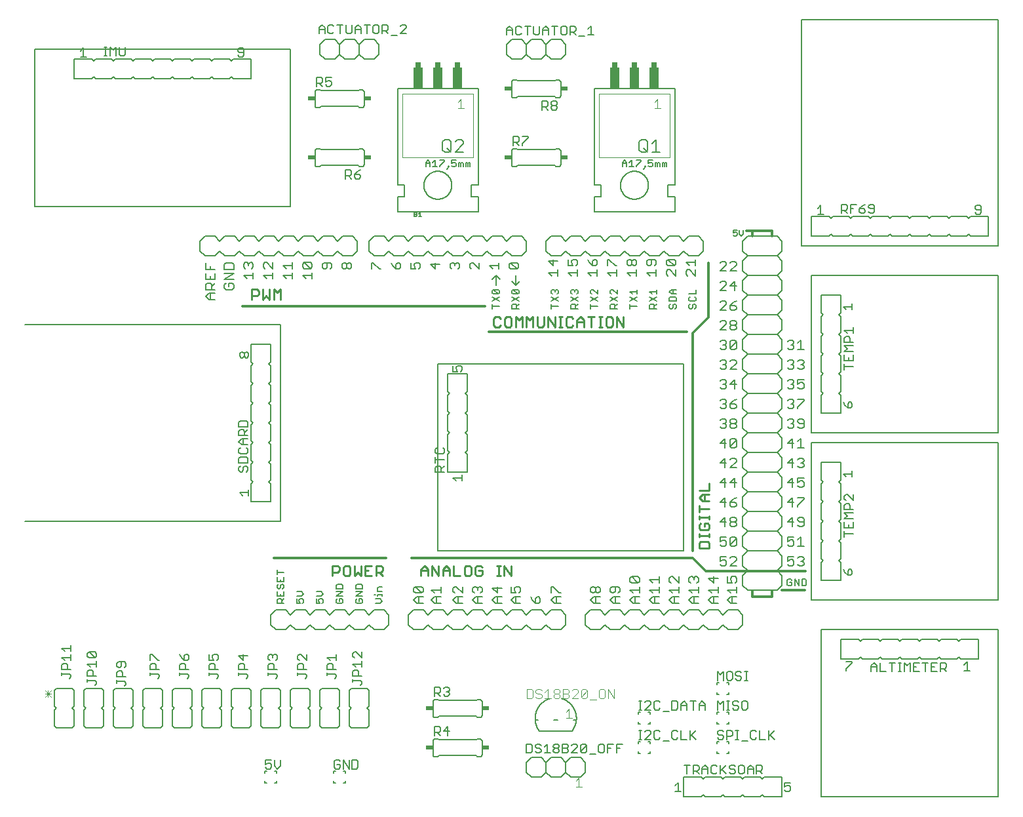
<source format=gto>
G75*
%MOIN*%
%OFA0B0*%
%FSLAX25Y25*%
%IPPOS*%
%LPD*%
%AMOC8*
5,1,8,0,0,1.08239X$1,22.5*
%
%ADD10C,0.00600*%
%ADD11C,0.00400*%
%ADD12C,0.00800*%
%ADD13C,0.01200*%
%ADD14C,0.00900*%
%ADD15C,0.00500*%
%ADD16C,0.00200*%
%ADD17C,0.00700*%
%ADD18R,0.03000X0.02500*%
%ADD19R,0.05000X0.11000*%
%ADD20R,0.03400X0.02400*%
D10*
X0042250Y0041500D02*
X0041250Y0042500D01*
X0041250Y0050500D01*
X0042250Y0051500D01*
X0041250Y0052500D01*
X0041250Y0060500D01*
X0042250Y0061500D01*
X0050250Y0061500D01*
X0051250Y0060500D01*
X0051250Y0052500D01*
X0050250Y0051500D01*
X0051250Y0050500D01*
X0051250Y0042500D01*
X0050250Y0041500D01*
X0042250Y0041500D01*
X0056250Y0042500D02*
X0056250Y0050500D01*
X0057250Y0051500D01*
X0056250Y0052500D01*
X0056250Y0060500D01*
X0057250Y0061500D01*
X0065250Y0061500D01*
X0066250Y0060500D01*
X0066250Y0052500D01*
X0065250Y0051500D01*
X0066250Y0050500D01*
X0066250Y0042500D01*
X0065250Y0041500D01*
X0057250Y0041500D01*
X0056250Y0042500D01*
X0071250Y0042500D02*
X0071250Y0050500D01*
X0072250Y0051500D01*
X0071250Y0052500D01*
X0071250Y0060500D01*
X0072250Y0061500D01*
X0080250Y0061500D01*
X0081250Y0060500D01*
X0081250Y0052500D01*
X0080250Y0051500D01*
X0081250Y0050500D01*
X0081250Y0042500D01*
X0080250Y0041500D01*
X0072250Y0041500D01*
X0071250Y0042500D01*
X0086250Y0042500D02*
X0087250Y0041500D01*
X0095250Y0041500D01*
X0096250Y0042500D01*
X0096250Y0050500D01*
X0095250Y0051500D01*
X0096250Y0052500D01*
X0096250Y0060500D01*
X0095250Y0061500D01*
X0087250Y0061500D01*
X0086250Y0060500D01*
X0086250Y0052500D01*
X0087250Y0051500D01*
X0086250Y0050500D01*
X0086250Y0042500D01*
X0101250Y0042500D02*
X0102250Y0041500D01*
X0110250Y0041500D01*
X0111250Y0042500D01*
X0111250Y0050500D01*
X0110250Y0051500D01*
X0111250Y0052500D01*
X0111250Y0060500D01*
X0110250Y0061500D01*
X0102250Y0061500D01*
X0101250Y0060500D01*
X0101250Y0052500D01*
X0102250Y0051500D01*
X0101250Y0050500D01*
X0101250Y0042500D01*
X0116250Y0042500D02*
X0117250Y0041500D01*
X0125250Y0041500D01*
X0126250Y0042500D01*
X0126250Y0050500D01*
X0125250Y0051500D01*
X0126250Y0052500D01*
X0126250Y0060500D01*
X0125250Y0061500D01*
X0117250Y0061500D01*
X0116250Y0060500D01*
X0116250Y0052500D01*
X0117250Y0051500D01*
X0116250Y0050500D01*
X0116250Y0042500D01*
X0131250Y0042500D02*
X0131250Y0050500D01*
X0132250Y0051500D01*
X0131250Y0052500D01*
X0131250Y0060500D01*
X0132250Y0061500D01*
X0140250Y0061500D01*
X0141250Y0060500D01*
X0141250Y0052500D01*
X0140250Y0051500D01*
X0141250Y0050500D01*
X0141250Y0042500D01*
X0140250Y0041500D01*
X0132250Y0041500D01*
X0131250Y0042500D01*
X0146250Y0042500D02*
X0147250Y0041500D01*
X0155250Y0041500D01*
X0156250Y0042500D01*
X0156250Y0050500D01*
X0155250Y0051500D01*
X0156250Y0052500D01*
X0156250Y0060500D01*
X0155250Y0061500D01*
X0147250Y0061500D01*
X0146250Y0060500D01*
X0146250Y0052500D01*
X0147250Y0051500D01*
X0146250Y0050500D01*
X0146250Y0042500D01*
X0161250Y0042500D02*
X0162250Y0041500D01*
X0170250Y0041500D01*
X0171250Y0042500D01*
X0171250Y0050500D01*
X0170250Y0051500D01*
X0171250Y0052500D01*
X0171250Y0060500D01*
X0170250Y0061500D01*
X0162250Y0061500D01*
X0161250Y0060500D01*
X0161250Y0052500D01*
X0162250Y0051500D01*
X0161250Y0050500D01*
X0161250Y0042500D01*
X0176250Y0042500D02*
X0177250Y0041500D01*
X0185250Y0041500D01*
X0186250Y0042500D01*
X0186250Y0050500D01*
X0185250Y0051500D01*
X0186250Y0052500D01*
X0186250Y0060500D01*
X0185250Y0061500D01*
X0177250Y0061500D01*
X0176250Y0060500D01*
X0176250Y0052500D01*
X0177250Y0051500D01*
X0176250Y0050500D01*
X0176250Y0042500D01*
X0191250Y0042500D02*
X0191250Y0050500D01*
X0192250Y0051500D01*
X0191250Y0052500D01*
X0191250Y0060500D01*
X0192250Y0061500D01*
X0200250Y0061500D01*
X0201250Y0060500D01*
X0201250Y0052500D01*
X0200250Y0051500D01*
X0201250Y0050500D01*
X0201250Y0042500D01*
X0200250Y0041500D01*
X0192250Y0041500D01*
X0191250Y0042500D01*
X0189250Y0019500D02*
X0188250Y0019500D01*
X0189250Y0019500D02*
X0189250Y0018500D01*
X0189250Y0014500D02*
X0189250Y0013500D01*
X0188250Y0013500D01*
X0184250Y0013500D02*
X0183250Y0013500D01*
X0183250Y0014500D01*
X0183250Y0018500D02*
X0183250Y0019500D01*
X0184250Y0019500D01*
X0154250Y0019500D02*
X0153250Y0019500D01*
X0154250Y0019500D02*
X0154250Y0018500D01*
X0154250Y0014500D02*
X0154250Y0013500D01*
X0153250Y0013500D01*
X0149250Y0013500D02*
X0148250Y0013500D01*
X0148250Y0014500D01*
X0148250Y0018500D02*
X0148250Y0019500D01*
X0149250Y0019500D01*
X0233750Y0028000D02*
X0233750Y0035000D01*
X0233752Y0035060D01*
X0233757Y0035121D01*
X0233766Y0035180D01*
X0233779Y0035239D01*
X0233795Y0035298D01*
X0233815Y0035355D01*
X0233838Y0035410D01*
X0233865Y0035465D01*
X0233894Y0035517D01*
X0233927Y0035568D01*
X0233963Y0035617D01*
X0234001Y0035663D01*
X0234043Y0035707D01*
X0234087Y0035749D01*
X0234133Y0035787D01*
X0234182Y0035823D01*
X0234233Y0035856D01*
X0234285Y0035885D01*
X0234340Y0035912D01*
X0234395Y0035935D01*
X0234452Y0035955D01*
X0234511Y0035971D01*
X0234570Y0035984D01*
X0234629Y0035993D01*
X0234690Y0035998D01*
X0234750Y0036000D01*
X0236250Y0036000D01*
X0236750Y0035500D01*
X0255750Y0035500D01*
X0256250Y0036000D01*
X0257750Y0036000D01*
X0257810Y0035998D01*
X0257871Y0035993D01*
X0257930Y0035984D01*
X0257989Y0035971D01*
X0258048Y0035955D01*
X0258105Y0035935D01*
X0258160Y0035912D01*
X0258215Y0035885D01*
X0258267Y0035856D01*
X0258318Y0035823D01*
X0258367Y0035787D01*
X0258413Y0035749D01*
X0258457Y0035707D01*
X0258499Y0035663D01*
X0258537Y0035617D01*
X0258573Y0035568D01*
X0258606Y0035517D01*
X0258635Y0035465D01*
X0258662Y0035410D01*
X0258685Y0035355D01*
X0258705Y0035298D01*
X0258721Y0035239D01*
X0258734Y0035180D01*
X0258743Y0035121D01*
X0258748Y0035060D01*
X0258750Y0035000D01*
X0258750Y0028000D01*
X0258748Y0027940D01*
X0258743Y0027879D01*
X0258734Y0027820D01*
X0258721Y0027761D01*
X0258705Y0027702D01*
X0258685Y0027645D01*
X0258662Y0027590D01*
X0258635Y0027535D01*
X0258606Y0027483D01*
X0258573Y0027432D01*
X0258537Y0027383D01*
X0258499Y0027337D01*
X0258457Y0027293D01*
X0258413Y0027251D01*
X0258367Y0027213D01*
X0258318Y0027177D01*
X0258267Y0027144D01*
X0258215Y0027115D01*
X0258160Y0027088D01*
X0258105Y0027065D01*
X0258048Y0027045D01*
X0257989Y0027029D01*
X0257930Y0027016D01*
X0257871Y0027007D01*
X0257810Y0027002D01*
X0257750Y0027000D01*
X0256250Y0027000D01*
X0255750Y0027500D01*
X0236750Y0027500D01*
X0236250Y0027000D01*
X0234750Y0027000D01*
X0234690Y0027002D01*
X0234629Y0027007D01*
X0234570Y0027016D01*
X0234511Y0027029D01*
X0234452Y0027045D01*
X0234395Y0027065D01*
X0234340Y0027088D01*
X0234285Y0027115D01*
X0234233Y0027144D01*
X0234182Y0027177D01*
X0234133Y0027213D01*
X0234087Y0027251D01*
X0234043Y0027293D01*
X0234001Y0027337D01*
X0233963Y0027383D01*
X0233927Y0027432D01*
X0233894Y0027483D01*
X0233865Y0027535D01*
X0233838Y0027590D01*
X0233815Y0027645D01*
X0233795Y0027702D01*
X0233779Y0027761D01*
X0233766Y0027820D01*
X0233757Y0027879D01*
X0233752Y0027940D01*
X0233750Y0028000D01*
X0234750Y0047000D02*
X0236250Y0047000D01*
X0236750Y0047500D01*
X0255750Y0047500D01*
X0256250Y0047000D01*
X0257750Y0047000D01*
X0257810Y0047002D01*
X0257871Y0047007D01*
X0257930Y0047016D01*
X0257989Y0047029D01*
X0258048Y0047045D01*
X0258105Y0047065D01*
X0258160Y0047088D01*
X0258215Y0047115D01*
X0258267Y0047144D01*
X0258318Y0047177D01*
X0258367Y0047213D01*
X0258413Y0047251D01*
X0258457Y0047293D01*
X0258499Y0047337D01*
X0258537Y0047383D01*
X0258573Y0047432D01*
X0258606Y0047483D01*
X0258635Y0047535D01*
X0258662Y0047590D01*
X0258685Y0047645D01*
X0258705Y0047702D01*
X0258721Y0047761D01*
X0258734Y0047820D01*
X0258743Y0047879D01*
X0258748Y0047940D01*
X0258750Y0048000D01*
X0258750Y0055000D01*
X0258748Y0055060D01*
X0258743Y0055121D01*
X0258734Y0055180D01*
X0258721Y0055239D01*
X0258705Y0055298D01*
X0258685Y0055355D01*
X0258662Y0055410D01*
X0258635Y0055465D01*
X0258606Y0055517D01*
X0258573Y0055568D01*
X0258537Y0055617D01*
X0258499Y0055663D01*
X0258457Y0055707D01*
X0258413Y0055749D01*
X0258367Y0055787D01*
X0258318Y0055823D01*
X0258267Y0055856D01*
X0258215Y0055885D01*
X0258160Y0055912D01*
X0258105Y0055935D01*
X0258048Y0055955D01*
X0257989Y0055971D01*
X0257930Y0055984D01*
X0257871Y0055993D01*
X0257810Y0055998D01*
X0257750Y0056000D01*
X0256250Y0056000D01*
X0255750Y0055500D01*
X0236750Y0055500D01*
X0236250Y0056000D01*
X0234750Y0056000D01*
X0234690Y0055998D01*
X0234629Y0055993D01*
X0234570Y0055984D01*
X0234511Y0055971D01*
X0234452Y0055955D01*
X0234395Y0055935D01*
X0234340Y0055912D01*
X0234285Y0055885D01*
X0234233Y0055856D01*
X0234182Y0055823D01*
X0234133Y0055787D01*
X0234087Y0055749D01*
X0234043Y0055707D01*
X0234001Y0055663D01*
X0233963Y0055617D01*
X0233927Y0055568D01*
X0233894Y0055517D01*
X0233865Y0055465D01*
X0233838Y0055410D01*
X0233815Y0055355D01*
X0233795Y0055298D01*
X0233779Y0055239D01*
X0233766Y0055180D01*
X0233757Y0055121D01*
X0233752Y0055060D01*
X0233750Y0055000D01*
X0233750Y0048000D01*
X0233752Y0047940D01*
X0233757Y0047879D01*
X0233766Y0047820D01*
X0233779Y0047761D01*
X0233795Y0047702D01*
X0233815Y0047645D01*
X0233838Y0047590D01*
X0233865Y0047535D01*
X0233894Y0047483D01*
X0233927Y0047432D01*
X0233963Y0047383D01*
X0234001Y0047337D01*
X0234043Y0047293D01*
X0234087Y0047251D01*
X0234133Y0047213D01*
X0234182Y0047177D01*
X0234233Y0047144D01*
X0234285Y0047115D01*
X0234340Y0047088D01*
X0234395Y0047065D01*
X0234452Y0047045D01*
X0234511Y0047029D01*
X0234570Y0047016D01*
X0234629Y0047007D01*
X0234690Y0047002D01*
X0234750Y0047000D01*
X0281250Y0024000D02*
X0281250Y0019000D01*
X0283750Y0016500D01*
X0288750Y0016500D01*
X0291250Y0019000D01*
X0293750Y0016500D01*
X0298750Y0016500D01*
X0301250Y0019000D01*
X0303750Y0016500D01*
X0308750Y0016500D01*
X0311250Y0019000D01*
X0311250Y0024000D01*
X0308750Y0026500D01*
X0303750Y0026500D01*
X0301250Y0024000D01*
X0301250Y0019000D01*
X0301250Y0024000D02*
X0298750Y0026500D01*
X0293750Y0026500D01*
X0291250Y0024000D01*
X0291250Y0019000D01*
X0291250Y0024000D02*
X0288750Y0026500D01*
X0283750Y0026500D01*
X0281250Y0024000D01*
X0338250Y0028500D02*
X0338250Y0029500D01*
X0338250Y0028500D02*
X0339250Y0028500D01*
X0343250Y0028500D02*
X0344250Y0028500D01*
X0344250Y0029500D01*
X0344250Y0033500D02*
X0344250Y0034500D01*
X0343250Y0034500D01*
X0339250Y0034500D02*
X0338250Y0034500D01*
X0338250Y0033500D01*
X0338250Y0043500D02*
X0338250Y0044500D01*
X0338250Y0043500D02*
X0339250Y0043500D01*
X0343250Y0043500D02*
X0344250Y0043500D01*
X0344250Y0044500D01*
X0344250Y0048500D02*
X0344250Y0049500D01*
X0343250Y0049500D01*
X0339250Y0049500D02*
X0338250Y0049500D01*
X0338250Y0048500D01*
X0361250Y0016500D02*
X0370250Y0016500D01*
X0371250Y0015500D01*
X0372250Y0016500D01*
X0380250Y0016500D01*
X0381250Y0015500D01*
X0382250Y0016500D01*
X0390250Y0016500D01*
X0391250Y0015500D01*
X0392250Y0016500D01*
X0400250Y0016500D01*
X0401250Y0015500D01*
X0402250Y0016500D01*
X0411250Y0016500D01*
X0411250Y0006500D01*
X0402250Y0006500D01*
X0401250Y0007500D01*
X0400250Y0006500D01*
X0392250Y0006500D01*
X0391250Y0007500D01*
X0390250Y0006500D01*
X0382250Y0006500D01*
X0381250Y0007500D01*
X0380250Y0006500D01*
X0372250Y0006500D01*
X0371250Y0007500D01*
X0370250Y0006500D01*
X0361250Y0006500D01*
X0361250Y0016500D01*
X0378250Y0028500D02*
X0378250Y0029500D01*
X0378250Y0028500D02*
X0379250Y0028500D01*
X0383250Y0028500D02*
X0384250Y0028500D01*
X0384250Y0029500D01*
X0384250Y0033500D02*
X0384250Y0034500D01*
X0383250Y0034500D01*
X0379250Y0034500D02*
X0378250Y0034500D01*
X0378250Y0033500D01*
X0378250Y0043500D02*
X0378250Y0044500D01*
X0378250Y0043500D02*
X0379250Y0043500D01*
X0383250Y0043500D02*
X0384250Y0043500D01*
X0384250Y0044500D01*
X0384250Y0048500D02*
X0384250Y0049500D01*
X0383250Y0049500D01*
X0379250Y0049500D02*
X0378250Y0049500D01*
X0378250Y0048500D01*
X0378250Y0058500D02*
X0378250Y0059500D01*
X0378250Y0058500D02*
X0379250Y0058500D01*
X0383250Y0058500D02*
X0384250Y0058500D01*
X0384250Y0059500D01*
X0384250Y0063500D02*
X0384250Y0064500D01*
X0383250Y0064500D01*
X0379250Y0064500D02*
X0378250Y0064500D01*
X0378250Y0063500D01*
X0431250Y0091500D02*
X0521250Y0091500D01*
X0521250Y0006500D01*
X0431250Y0006500D01*
X0431250Y0091500D01*
X0441250Y0086500D02*
X0450250Y0086500D01*
X0451250Y0085500D01*
X0452250Y0086500D01*
X0460250Y0086500D01*
X0461250Y0085500D01*
X0462250Y0086500D01*
X0470250Y0086500D01*
X0471250Y0085500D01*
X0472250Y0086500D01*
X0480250Y0086500D01*
X0481250Y0085500D01*
X0482250Y0086500D01*
X0490250Y0086500D01*
X0491250Y0085500D01*
X0492250Y0086500D01*
X0500250Y0086500D01*
X0501250Y0085500D01*
X0502250Y0086500D01*
X0511250Y0086500D01*
X0511250Y0076500D01*
X0502250Y0076500D01*
X0501250Y0077500D01*
X0500250Y0076500D01*
X0492250Y0076500D01*
X0491250Y0077500D01*
X0490250Y0076500D01*
X0482250Y0076500D01*
X0481250Y0077500D01*
X0480250Y0076500D01*
X0472250Y0076500D01*
X0471250Y0077500D01*
X0470250Y0076500D01*
X0462250Y0076500D01*
X0461250Y0077500D01*
X0460250Y0076500D01*
X0452250Y0076500D01*
X0451250Y0077500D01*
X0450250Y0076500D01*
X0441250Y0076500D01*
X0441250Y0086500D01*
X0426250Y0106500D02*
X0426250Y0186500D01*
X0521250Y0186500D01*
X0521250Y0106500D01*
X0426250Y0106500D01*
X0423118Y0113900D02*
X0421416Y0113900D01*
X0421416Y0117303D01*
X0423118Y0117303D01*
X0423685Y0116736D01*
X0423685Y0114467D01*
X0423118Y0113900D01*
X0420002Y0113900D02*
X0420002Y0117303D01*
X0417733Y0117303D02*
X0420002Y0113900D01*
X0417733Y0113900D02*
X0417733Y0117303D01*
X0416319Y0116736D02*
X0415751Y0117303D01*
X0414617Y0117303D01*
X0414050Y0116736D01*
X0414050Y0114467D01*
X0414617Y0113900D01*
X0415751Y0113900D01*
X0416319Y0114467D01*
X0416319Y0115601D01*
X0415184Y0115601D01*
X0408750Y0121500D02*
X0411250Y0124000D01*
X0411250Y0129000D01*
X0408750Y0131500D01*
X0393750Y0131500D01*
X0391250Y0134000D01*
X0391250Y0139000D01*
X0393750Y0141500D01*
X0408750Y0141500D01*
X0411250Y0144000D01*
X0411250Y0149000D01*
X0408750Y0151500D01*
X0393750Y0151500D01*
X0391250Y0154000D01*
X0391250Y0159000D01*
X0393750Y0161500D01*
X0408750Y0161500D01*
X0411250Y0164000D01*
X0411250Y0169000D01*
X0408750Y0171500D01*
X0393750Y0171500D01*
X0391250Y0174000D01*
X0391250Y0179000D01*
X0393750Y0181500D01*
X0408750Y0181500D01*
X0411250Y0184000D01*
X0411250Y0189000D01*
X0408750Y0191500D01*
X0393750Y0191500D01*
X0391250Y0194000D01*
X0391250Y0199000D01*
X0393750Y0201500D01*
X0408750Y0201500D01*
X0411250Y0199000D01*
X0411250Y0194000D01*
X0408750Y0191500D01*
X0408750Y0181500D02*
X0411250Y0179000D01*
X0411250Y0174000D01*
X0408750Y0171500D01*
X0408750Y0161500D02*
X0411250Y0159000D01*
X0411250Y0154000D01*
X0408750Y0151500D01*
X0408750Y0141500D02*
X0411250Y0139000D01*
X0411250Y0134000D01*
X0408750Y0131500D01*
X0393750Y0131500D02*
X0391250Y0129000D01*
X0391250Y0124000D01*
X0393750Y0121500D01*
X0393750Y0141500D02*
X0391250Y0144000D01*
X0391250Y0149000D01*
X0393750Y0151500D01*
X0393750Y0161500D02*
X0391250Y0164000D01*
X0391250Y0169000D01*
X0393750Y0171500D01*
X0393750Y0181500D02*
X0391250Y0184000D01*
X0391250Y0189000D01*
X0393750Y0191500D01*
X0393750Y0201500D02*
X0391250Y0204000D01*
X0391250Y0209000D01*
X0393750Y0211500D01*
X0408750Y0211500D01*
X0411250Y0214000D01*
X0411250Y0219000D01*
X0408750Y0221500D01*
X0393750Y0221500D01*
X0391250Y0224000D01*
X0391250Y0229000D01*
X0393750Y0231500D01*
X0408750Y0231500D01*
X0411250Y0234000D01*
X0411250Y0239000D01*
X0408750Y0241500D01*
X0393750Y0241500D01*
X0391250Y0244000D01*
X0391250Y0249000D01*
X0393750Y0251500D01*
X0408750Y0251500D01*
X0411250Y0254000D01*
X0411250Y0259000D01*
X0408750Y0261500D01*
X0393750Y0261500D01*
X0391250Y0264000D01*
X0391250Y0269000D01*
X0393750Y0271500D01*
X0408750Y0271500D01*
X0411250Y0269000D01*
X0411250Y0264000D01*
X0408750Y0261500D01*
X0408750Y0271500D02*
X0411250Y0274000D01*
X0411250Y0279000D01*
X0408750Y0281500D01*
X0421250Y0286500D02*
X0521250Y0286500D01*
X0521250Y0401500D01*
X0421250Y0401500D01*
X0421250Y0286500D01*
X0426250Y0291500D02*
X0435250Y0291500D01*
X0436250Y0292500D01*
X0437250Y0291500D01*
X0445250Y0291500D01*
X0446250Y0292500D01*
X0447250Y0291500D01*
X0455250Y0291500D01*
X0456250Y0292500D01*
X0457250Y0291500D01*
X0465250Y0291500D01*
X0466250Y0292500D01*
X0467250Y0291500D01*
X0475250Y0291500D01*
X0476250Y0292500D01*
X0477250Y0291500D01*
X0485250Y0291500D01*
X0486250Y0292500D01*
X0487250Y0291500D01*
X0495250Y0291500D01*
X0496250Y0292500D01*
X0497250Y0291500D01*
X0505250Y0291500D01*
X0506250Y0292500D01*
X0507250Y0291500D01*
X0516250Y0291500D01*
X0516250Y0301500D01*
X0507250Y0301500D01*
X0506250Y0300500D01*
X0505250Y0301500D01*
X0497250Y0301500D01*
X0496250Y0300500D01*
X0495250Y0301500D01*
X0487250Y0301500D01*
X0486250Y0300500D01*
X0485250Y0301500D01*
X0477250Y0301500D01*
X0476250Y0300500D01*
X0475250Y0301500D01*
X0467250Y0301500D01*
X0466250Y0300500D01*
X0465250Y0301500D01*
X0457250Y0301500D01*
X0456250Y0300500D01*
X0455250Y0301500D01*
X0447250Y0301500D01*
X0446250Y0300500D01*
X0445250Y0301500D01*
X0437250Y0301500D01*
X0436250Y0300500D01*
X0435250Y0301500D01*
X0426250Y0301500D01*
X0426250Y0291500D01*
X0426250Y0271500D02*
X0426250Y0191500D01*
X0521250Y0191500D01*
X0521250Y0271500D01*
X0426250Y0271500D01*
X0431250Y0261500D02*
X0431250Y0252500D01*
X0432250Y0251500D01*
X0431250Y0250500D01*
X0431250Y0242500D01*
X0432250Y0241500D01*
X0431250Y0240500D01*
X0431250Y0232500D01*
X0432250Y0231500D01*
X0431250Y0230500D01*
X0431250Y0222500D01*
X0432250Y0221500D01*
X0431250Y0220500D01*
X0431250Y0212500D01*
X0432250Y0211500D01*
X0431250Y0210500D01*
X0431250Y0201500D01*
X0441250Y0201500D01*
X0441250Y0210500D01*
X0440250Y0211500D01*
X0441250Y0212500D01*
X0441250Y0220500D01*
X0440250Y0221500D01*
X0441250Y0222500D01*
X0441250Y0230500D01*
X0440250Y0231500D01*
X0441250Y0232500D01*
X0441250Y0240500D01*
X0440250Y0241500D01*
X0441250Y0242500D01*
X0441250Y0250500D01*
X0440250Y0251500D01*
X0441250Y0252500D01*
X0441250Y0261500D01*
X0431250Y0261500D01*
X0411250Y0249000D02*
X0411250Y0244000D01*
X0408750Y0241500D01*
X0411250Y0249000D02*
X0408750Y0251500D01*
X0393750Y0251500D02*
X0391250Y0254000D01*
X0391250Y0259000D01*
X0393750Y0261500D01*
X0393750Y0271500D02*
X0391250Y0274000D01*
X0391250Y0279000D01*
X0393750Y0281500D01*
X0367450Y0264435D02*
X0367450Y0262166D01*
X0364047Y0262166D01*
X0364614Y0260752D02*
X0364047Y0260185D01*
X0364047Y0259050D01*
X0364614Y0258483D01*
X0366883Y0258483D01*
X0367450Y0259050D01*
X0367450Y0260185D01*
X0366883Y0260752D01*
X0366883Y0257069D02*
X0367450Y0256501D01*
X0367450Y0255367D01*
X0366883Y0254800D01*
X0365749Y0255367D02*
X0365749Y0256501D01*
X0366316Y0257069D01*
X0366883Y0257069D01*
X0365749Y0255367D02*
X0365181Y0254800D01*
X0364614Y0254800D01*
X0364047Y0255367D01*
X0364047Y0256501D01*
X0364614Y0257069D01*
X0357450Y0256501D02*
X0357450Y0255367D01*
X0356883Y0254800D01*
X0355749Y0255367D02*
X0355749Y0256501D01*
X0356316Y0257069D01*
X0356883Y0257069D01*
X0357450Y0256501D01*
X0357450Y0258483D02*
X0357450Y0260185D01*
X0356883Y0260752D01*
X0354614Y0260752D01*
X0354047Y0260185D01*
X0354047Y0258483D01*
X0357450Y0258483D01*
X0354614Y0257069D02*
X0354047Y0256501D01*
X0354047Y0255367D01*
X0354614Y0254800D01*
X0355181Y0254800D01*
X0355749Y0255367D01*
X0355749Y0262166D02*
X0355749Y0264435D01*
X0355181Y0264435D02*
X0357450Y0264435D01*
X0355181Y0264435D02*
X0354047Y0263301D01*
X0355181Y0262166D01*
X0357450Y0262166D01*
X0347450Y0262166D02*
X0347450Y0264435D01*
X0347450Y0263301D02*
X0344047Y0263301D01*
X0345181Y0262166D01*
X0344047Y0260752D02*
X0347450Y0258483D01*
X0347450Y0257069D02*
X0346316Y0255934D01*
X0346316Y0256501D02*
X0346316Y0254800D01*
X0347450Y0254800D02*
X0344047Y0254800D01*
X0344047Y0256501D01*
X0344614Y0257069D01*
X0345749Y0257069D01*
X0346316Y0256501D01*
X0344047Y0258483D02*
X0347450Y0260752D01*
X0337450Y0260752D02*
X0334047Y0258483D01*
X0334047Y0257069D02*
X0334047Y0254800D01*
X0334047Y0255934D02*
X0337450Y0255934D01*
X0337450Y0258483D02*
X0334047Y0260752D01*
X0335181Y0262166D02*
X0334047Y0263301D01*
X0337450Y0263301D01*
X0337450Y0264435D02*
X0337450Y0262166D01*
X0327450Y0262166D02*
X0325181Y0264435D01*
X0324614Y0264435D01*
X0324047Y0263868D01*
X0324047Y0262733D01*
X0324614Y0262166D01*
X0324047Y0260752D02*
X0327450Y0258483D01*
X0327450Y0257069D02*
X0326316Y0255934D01*
X0326316Y0256501D02*
X0326316Y0254800D01*
X0327450Y0254800D02*
X0324047Y0254800D01*
X0324047Y0256501D01*
X0324614Y0257069D01*
X0325749Y0257069D01*
X0326316Y0256501D01*
X0324047Y0258483D02*
X0327450Y0260752D01*
X0327450Y0262166D02*
X0327450Y0264435D01*
X0317450Y0264435D02*
X0317450Y0262166D01*
X0315181Y0264435D01*
X0314614Y0264435D01*
X0314047Y0263868D01*
X0314047Y0262733D01*
X0314614Y0262166D01*
X0314047Y0260752D02*
X0317450Y0258483D01*
X0317450Y0260752D02*
X0314047Y0258483D01*
X0314047Y0257069D02*
X0314047Y0254800D01*
X0314047Y0255934D02*
X0317450Y0255934D01*
X0307450Y0254800D02*
X0304047Y0254800D01*
X0304047Y0256501D01*
X0304614Y0257069D01*
X0305749Y0257069D01*
X0306316Y0256501D01*
X0306316Y0254800D01*
X0306316Y0255934D02*
X0307450Y0257069D01*
X0307450Y0258483D02*
X0304047Y0260752D01*
X0304614Y0262166D02*
X0304047Y0262733D01*
X0304047Y0263868D01*
X0304614Y0264435D01*
X0305181Y0264435D01*
X0305749Y0263868D01*
X0306316Y0264435D01*
X0306883Y0264435D01*
X0307450Y0263868D01*
X0307450Y0262733D01*
X0306883Y0262166D01*
X0307450Y0260752D02*
X0304047Y0258483D01*
X0305749Y0263301D02*
X0305749Y0263868D01*
X0297450Y0263868D02*
X0297450Y0262733D01*
X0296883Y0262166D01*
X0297450Y0260752D02*
X0294047Y0258483D01*
X0294047Y0257069D02*
X0294047Y0254800D01*
X0294047Y0255934D02*
X0297450Y0255934D01*
X0297450Y0258483D02*
X0294047Y0260752D01*
X0294614Y0262166D02*
X0294047Y0262733D01*
X0294047Y0263868D01*
X0294614Y0264435D01*
X0295181Y0264435D01*
X0295749Y0263868D01*
X0296316Y0264435D01*
X0296883Y0264435D01*
X0297450Y0263868D01*
X0295749Y0263868D02*
X0295749Y0263301D01*
X0277450Y0263868D02*
X0277450Y0262733D01*
X0276883Y0262166D01*
X0274614Y0264435D01*
X0276883Y0264435D01*
X0277450Y0263868D01*
X0276883Y0262166D02*
X0274614Y0262166D01*
X0274047Y0262733D01*
X0274047Y0263868D01*
X0274614Y0264435D01*
X0274047Y0260752D02*
X0277450Y0258483D01*
X0277450Y0257069D02*
X0276316Y0255934D01*
X0276316Y0256501D02*
X0276316Y0254800D01*
X0277450Y0254800D02*
X0274047Y0254800D01*
X0274047Y0256501D01*
X0274614Y0257069D01*
X0275749Y0257069D01*
X0276316Y0256501D01*
X0274047Y0258483D02*
X0277450Y0260752D01*
X0267450Y0260752D02*
X0264047Y0258483D01*
X0264047Y0257069D02*
X0264047Y0254800D01*
X0264047Y0255934D02*
X0267450Y0255934D01*
X0267450Y0258483D02*
X0264047Y0260752D01*
X0264614Y0262166D02*
X0264047Y0262733D01*
X0264047Y0263868D01*
X0264614Y0264435D01*
X0266883Y0262166D01*
X0267450Y0262733D01*
X0267450Y0263868D01*
X0266883Y0264435D01*
X0264614Y0264435D01*
X0264614Y0262166D02*
X0266883Y0262166D01*
X0236250Y0226500D02*
X0361250Y0226500D01*
X0361250Y0131500D01*
X0236250Y0131500D01*
X0236250Y0226500D01*
X0241250Y0221500D02*
X0241250Y0212500D01*
X0242250Y0211500D01*
X0241250Y0210500D01*
X0241250Y0202500D01*
X0242250Y0201500D01*
X0241250Y0200500D01*
X0241250Y0192500D01*
X0242250Y0191500D01*
X0241250Y0190500D01*
X0241250Y0182500D01*
X0242250Y0181500D01*
X0241250Y0180500D01*
X0241250Y0171500D01*
X0251250Y0171500D01*
X0251250Y0180500D01*
X0250250Y0181500D01*
X0251250Y0182500D01*
X0251250Y0190500D01*
X0250250Y0191500D01*
X0251250Y0192500D01*
X0251250Y0200500D01*
X0250250Y0201500D01*
X0251250Y0202500D01*
X0251250Y0210500D01*
X0250250Y0211500D01*
X0251250Y0212500D01*
X0251250Y0221500D01*
X0241250Y0221500D01*
X0156250Y0246500D02*
X0156250Y0146500D01*
X0026250Y0146500D01*
X0141250Y0156500D02*
X0141250Y0165500D01*
X0142250Y0166500D01*
X0141250Y0167500D01*
X0141250Y0175500D01*
X0142250Y0176500D01*
X0141250Y0177500D01*
X0141250Y0185500D01*
X0142250Y0186500D01*
X0141250Y0187500D01*
X0141250Y0195500D01*
X0142250Y0196500D01*
X0141250Y0197500D01*
X0141250Y0205500D01*
X0142250Y0206500D01*
X0141250Y0207500D01*
X0141250Y0215500D01*
X0142250Y0216500D01*
X0141250Y0217500D01*
X0141250Y0225500D01*
X0142250Y0226500D01*
X0141250Y0227500D01*
X0141250Y0236500D01*
X0151250Y0236500D01*
X0151250Y0227500D01*
X0150250Y0226500D01*
X0151250Y0225500D01*
X0151250Y0217500D01*
X0150250Y0216500D01*
X0151250Y0215500D01*
X0151250Y0207500D01*
X0150250Y0206500D01*
X0151250Y0205500D01*
X0151250Y0197500D01*
X0150250Y0196500D01*
X0151250Y0195500D01*
X0151250Y0187500D01*
X0150250Y0186500D01*
X0151250Y0185500D01*
X0151250Y0177500D01*
X0150250Y0176500D01*
X0151250Y0175500D01*
X0151250Y0167500D01*
X0150250Y0166500D01*
X0151250Y0165500D01*
X0151250Y0156500D01*
X0141250Y0156500D01*
X0154547Y0121901D02*
X0154547Y0119633D01*
X0154547Y0120767D02*
X0157950Y0120767D01*
X0157950Y0118218D02*
X0157950Y0115949D01*
X0154547Y0115949D01*
X0154547Y0118218D01*
X0156249Y0117084D02*
X0156249Y0115949D01*
X0156816Y0114535D02*
X0157383Y0114535D01*
X0157950Y0113968D01*
X0157950Y0112833D01*
X0157383Y0112266D01*
X0156249Y0112833D02*
X0156249Y0113968D01*
X0156816Y0114535D01*
X0155114Y0114535D02*
X0154547Y0113968D01*
X0154547Y0112833D01*
X0155114Y0112266D01*
X0155681Y0112266D01*
X0156249Y0112833D01*
X0157950Y0110852D02*
X0157950Y0108583D01*
X0154547Y0108583D01*
X0154547Y0110852D01*
X0156249Y0109717D02*
X0156249Y0108583D01*
X0156249Y0107169D02*
X0156816Y0106601D01*
X0156816Y0104900D01*
X0157950Y0104900D02*
X0154547Y0104900D01*
X0154547Y0106601D01*
X0155114Y0107169D01*
X0156249Y0107169D01*
X0156816Y0106034D02*
X0157950Y0107169D01*
X0164547Y0107169D02*
X0164547Y0104900D01*
X0166249Y0104900D01*
X0165681Y0106034D01*
X0165681Y0106601D01*
X0166249Y0107169D01*
X0167383Y0107169D01*
X0167950Y0106601D01*
X0167950Y0105467D01*
X0167383Y0104900D01*
X0166816Y0108583D02*
X0167950Y0109717D01*
X0166816Y0110852D01*
X0164547Y0110852D01*
X0164547Y0108583D02*
X0166816Y0108583D01*
X0174547Y0108583D02*
X0176816Y0108583D01*
X0177950Y0109717D01*
X0176816Y0110852D01*
X0174547Y0110852D01*
X0174547Y0107169D02*
X0174547Y0104900D01*
X0176249Y0104900D01*
X0175681Y0106034D01*
X0175681Y0106601D01*
X0176249Y0107169D01*
X0177383Y0107169D01*
X0177950Y0106601D01*
X0177950Y0105467D01*
X0177383Y0104900D01*
X0184547Y0105467D02*
X0184547Y0106601D01*
X0185114Y0107169D01*
X0186249Y0107169D02*
X0186249Y0106034D01*
X0186249Y0107169D02*
X0187383Y0107169D01*
X0187950Y0106601D01*
X0187950Y0105467D01*
X0187383Y0104900D01*
X0185114Y0104900D01*
X0184547Y0105467D01*
X0184547Y0108583D02*
X0187950Y0110852D01*
X0184547Y0110852D01*
X0184547Y0112266D02*
X0184547Y0113968D01*
X0185114Y0114535D01*
X0187383Y0114535D01*
X0187950Y0113968D01*
X0187950Y0112266D01*
X0184547Y0112266D01*
X0184547Y0108583D02*
X0187950Y0108583D01*
X0194547Y0108583D02*
X0197950Y0110852D01*
X0194547Y0110852D01*
X0194547Y0112266D02*
X0194547Y0113968D01*
X0195114Y0114535D01*
X0197383Y0114535D01*
X0197950Y0113968D01*
X0197950Y0112266D01*
X0194547Y0112266D01*
X0194547Y0108583D02*
X0197950Y0108583D01*
X0197383Y0107169D02*
X0196249Y0107169D01*
X0196249Y0106034D01*
X0197383Y0104900D02*
X0195114Y0104900D01*
X0194547Y0105467D01*
X0194547Y0106601D01*
X0195114Y0107169D01*
X0197383Y0107169D02*
X0197950Y0106601D01*
X0197950Y0105467D01*
X0197383Y0104900D01*
X0204547Y0104900D02*
X0206816Y0104900D01*
X0207950Y0106034D01*
X0206816Y0107169D01*
X0204547Y0107169D01*
X0205681Y0108583D02*
X0205681Y0109150D01*
X0207950Y0109150D01*
X0207950Y0108583D02*
X0207950Y0109717D01*
X0207950Y0111039D02*
X0205681Y0111039D01*
X0205681Y0112740D01*
X0206249Y0113307D01*
X0207950Y0113307D01*
X0204547Y0109150D02*
X0203980Y0109150D01*
X0156250Y0246500D02*
X0026250Y0246500D01*
X0031250Y0306500D02*
X0031250Y0386500D01*
X0161250Y0386500D01*
X0161250Y0306500D01*
X0031250Y0306500D01*
X0051250Y0371500D02*
X0060250Y0371500D01*
X0061250Y0372500D01*
X0062250Y0371500D01*
X0070250Y0371500D01*
X0071250Y0372500D01*
X0072250Y0371500D01*
X0080250Y0371500D01*
X0081250Y0372500D01*
X0082250Y0371500D01*
X0090250Y0371500D01*
X0091250Y0372500D01*
X0092250Y0371500D01*
X0100250Y0371500D01*
X0101250Y0372500D01*
X0102250Y0371500D01*
X0110250Y0371500D01*
X0111250Y0372500D01*
X0112250Y0371500D01*
X0120250Y0371500D01*
X0121250Y0372500D01*
X0122250Y0371500D01*
X0130250Y0371500D01*
X0131250Y0372500D01*
X0132250Y0371500D01*
X0141250Y0371500D01*
X0141250Y0381500D01*
X0132250Y0381500D01*
X0131250Y0380500D01*
X0130250Y0381500D01*
X0122250Y0381500D01*
X0121250Y0380500D01*
X0120250Y0381500D01*
X0112250Y0381500D01*
X0111250Y0380500D01*
X0110250Y0381500D01*
X0102250Y0381500D01*
X0101250Y0380500D01*
X0100250Y0381500D01*
X0092250Y0381500D01*
X0091250Y0380500D01*
X0090250Y0381500D01*
X0082250Y0381500D01*
X0081250Y0380500D01*
X0080250Y0381500D01*
X0072250Y0381500D01*
X0071250Y0380500D01*
X0070250Y0381500D01*
X0062250Y0381500D01*
X0061250Y0380500D01*
X0060250Y0381500D01*
X0051250Y0381500D01*
X0051250Y0371500D01*
X0173750Y0365000D02*
X0173750Y0358000D01*
X0173752Y0357940D01*
X0173757Y0357879D01*
X0173766Y0357820D01*
X0173779Y0357761D01*
X0173795Y0357702D01*
X0173815Y0357645D01*
X0173838Y0357590D01*
X0173865Y0357535D01*
X0173894Y0357483D01*
X0173927Y0357432D01*
X0173963Y0357383D01*
X0174001Y0357337D01*
X0174043Y0357293D01*
X0174087Y0357251D01*
X0174133Y0357213D01*
X0174182Y0357177D01*
X0174233Y0357144D01*
X0174285Y0357115D01*
X0174340Y0357088D01*
X0174395Y0357065D01*
X0174452Y0357045D01*
X0174511Y0357029D01*
X0174570Y0357016D01*
X0174629Y0357007D01*
X0174690Y0357002D01*
X0174750Y0357000D01*
X0176250Y0357000D01*
X0176750Y0357500D01*
X0195750Y0357500D01*
X0196250Y0357000D01*
X0197750Y0357000D01*
X0197810Y0357002D01*
X0197871Y0357007D01*
X0197930Y0357016D01*
X0197989Y0357029D01*
X0198048Y0357045D01*
X0198105Y0357065D01*
X0198160Y0357088D01*
X0198215Y0357115D01*
X0198267Y0357144D01*
X0198318Y0357177D01*
X0198367Y0357213D01*
X0198413Y0357251D01*
X0198457Y0357293D01*
X0198499Y0357337D01*
X0198537Y0357383D01*
X0198573Y0357432D01*
X0198606Y0357483D01*
X0198635Y0357535D01*
X0198662Y0357590D01*
X0198685Y0357645D01*
X0198705Y0357702D01*
X0198721Y0357761D01*
X0198734Y0357820D01*
X0198743Y0357879D01*
X0198748Y0357940D01*
X0198750Y0358000D01*
X0198750Y0365000D01*
X0198748Y0365060D01*
X0198743Y0365121D01*
X0198734Y0365180D01*
X0198721Y0365239D01*
X0198705Y0365298D01*
X0198685Y0365355D01*
X0198662Y0365410D01*
X0198635Y0365465D01*
X0198606Y0365517D01*
X0198573Y0365568D01*
X0198537Y0365617D01*
X0198499Y0365663D01*
X0198457Y0365707D01*
X0198413Y0365749D01*
X0198367Y0365787D01*
X0198318Y0365823D01*
X0198267Y0365856D01*
X0198215Y0365885D01*
X0198160Y0365912D01*
X0198105Y0365935D01*
X0198048Y0365955D01*
X0197989Y0365971D01*
X0197930Y0365984D01*
X0197871Y0365993D01*
X0197810Y0365998D01*
X0197750Y0366000D01*
X0196250Y0366000D01*
X0195750Y0365500D01*
X0176750Y0365500D01*
X0176250Y0366000D01*
X0174750Y0366000D01*
X0174690Y0365998D01*
X0174629Y0365993D01*
X0174570Y0365984D01*
X0174511Y0365971D01*
X0174452Y0365955D01*
X0174395Y0365935D01*
X0174340Y0365912D01*
X0174285Y0365885D01*
X0174233Y0365856D01*
X0174182Y0365823D01*
X0174133Y0365787D01*
X0174087Y0365749D01*
X0174043Y0365707D01*
X0174001Y0365663D01*
X0173963Y0365617D01*
X0173927Y0365568D01*
X0173894Y0365517D01*
X0173865Y0365465D01*
X0173838Y0365410D01*
X0173815Y0365355D01*
X0173795Y0365298D01*
X0173779Y0365239D01*
X0173766Y0365180D01*
X0173757Y0365121D01*
X0173752Y0365060D01*
X0173750Y0365000D01*
X0178750Y0381500D02*
X0176250Y0384000D01*
X0176250Y0389000D01*
X0178750Y0391500D01*
X0183750Y0391500D01*
X0186250Y0389000D01*
X0188750Y0391500D01*
X0193750Y0391500D01*
X0196250Y0389000D01*
X0198750Y0391500D01*
X0203750Y0391500D01*
X0206250Y0389000D01*
X0206250Y0384000D01*
X0203750Y0381500D01*
X0198750Y0381500D01*
X0196250Y0384000D01*
X0193750Y0381500D01*
X0188750Y0381500D01*
X0186250Y0384000D01*
X0183750Y0381500D01*
X0178750Y0381500D01*
X0186250Y0384000D02*
X0186250Y0389000D01*
X0196250Y0389000D02*
X0196250Y0384000D01*
X0196250Y0336000D02*
X0195750Y0335500D01*
X0176750Y0335500D01*
X0176250Y0336000D01*
X0174750Y0336000D01*
X0174690Y0335998D01*
X0174629Y0335993D01*
X0174570Y0335984D01*
X0174511Y0335971D01*
X0174452Y0335955D01*
X0174395Y0335935D01*
X0174340Y0335912D01*
X0174285Y0335885D01*
X0174233Y0335856D01*
X0174182Y0335823D01*
X0174133Y0335787D01*
X0174087Y0335749D01*
X0174043Y0335707D01*
X0174001Y0335663D01*
X0173963Y0335617D01*
X0173927Y0335568D01*
X0173894Y0335517D01*
X0173865Y0335465D01*
X0173838Y0335410D01*
X0173815Y0335355D01*
X0173795Y0335298D01*
X0173779Y0335239D01*
X0173766Y0335180D01*
X0173757Y0335121D01*
X0173752Y0335060D01*
X0173750Y0335000D01*
X0173750Y0328000D01*
X0173752Y0327940D01*
X0173757Y0327879D01*
X0173766Y0327820D01*
X0173779Y0327761D01*
X0173795Y0327702D01*
X0173815Y0327645D01*
X0173838Y0327590D01*
X0173865Y0327535D01*
X0173894Y0327483D01*
X0173927Y0327432D01*
X0173963Y0327383D01*
X0174001Y0327337D01*
X0174043Y0327293D01*
X0174087Y0327251D01*
X0174133Y0327213D01*
X0174182Y0327177D01*
X0174233Y0327144D01*
X0174285Y0327115D01*
X0174340Y0327088D01*
X0174395Y0327065D01*
X0174452Y0327045D01*
X0174511Y0327029D01*
X0174570Y0327016D01*
X0174629Y0327007D01*
X0174690Y0327002D01*
X0174750Y0327000D01*
X0176250Y0327000D01*
X0176750Y0327500D01*
X0195750Y0327500D01*
X0196250Y0327000D01*
X0197750Y0327000D01*
X0197810Y0327002D01*
X0197871Y0327007D01*
X0197930Y0327016D01*
X0197989Y0327029D01*
X0198048Y0327045D01*
X0198105Y0327065D01*
X0198160Y0327088D01*
X0198215Y0327115D01*
X0198267Y0327144D01*
X0198318Y0327177D01*
X0198367Y0327213D01*
X0198413Y0327251D01*
X0198457Y0327293D01*
X0198499Y0327337D01*
X0198537Y0327383D01*
X0198573Y0327432D01*
X0198606Y0327483D01*
X0198635Y0327535D01*
X0198662Y0327590D01*
X0198685Y0327645D01*
X0198705Y0327702D01*
X0198721Y0327761D01*
X0198734Y0327820D01*
X0198743Y0327879D01*
X0198748Y0327940D01*
X0198750Y0328000D01*
X0198750Y0335000D01*
X0198748Y0335060D01*
X0198743Y0335121D01*
X0198734Y0335180D01*
X0198721Y0335239D01*
X0198705Y0335298D01*
X0198685Y0335355D01*
X0198662Y0335410D01*
X0198635Y0335465D01*
X0198606Y0335517D01*
X0198573Y0335568D01*
X0198537Y0335617D01*
X0198499Y0335663D01*
X0198457Y0335707D01*
X0198413Y0335749D01*
X0198367Y0335787D01*
X0198318Y0335823D01*
X0198267Y0335856D01*
X0198215Y0335885D01*
X0198160Y0335912D01*
X0198105Y0335935D01*
X0198048Y0335955D01*
X0197989Y0335971D01*
X0197930Y0335984D01*
X0197871Y0335993D01*
X0197810Y0335998D01*
X0197750Y0336000D01*
X0196250Y0336000D01*
X0273750Y0335000D02*
X0273750Y0328000D01*
X0273752Y0327940D01*
X0273757Y0327879D01*
X0273766Y0327820D01*
X0273779Y0327761D01*
X0273795Y0327702D01*
X0273815Y0327645D01*
X0273838Y0327590D01*
X0273865Y0327535D01*
X0273894Y0327483D01*
X0273927Y0327432D01*
X0273963Y0327383D01*
X0274001Y0327337D01*
X0274043Y0327293D01*
X0274087Y0327251D01*
X0274133Y0327213D01*
X0274182Y0327177D01*
X0274233Y0327144D01*
X0274285Y0327115D01*
X0274340Y0327088D01*
X0274395Y0327065D01*
X0274452Y0327045D01*
X0274511Y0327029D01*
X0274570Y0327016D01*
X0274629Y0327007D01*
X0274690Y0327002D01*
X0274750Y0327000D01*
X0276250Y0327000D01*
X0276750Y0327500D01*
X0295750Y0327500D01*
X0296250Y0327000D01*
X0297750Y0327000D01*
X0297810Y0327002D01*
X0297871Y0327007D01*
X0297930Y0327016D01*
X0297989Y0327029D01*
X0298048Y0327045D01*
X0298105Y0327065D01*
X0298160Y0327088D01*
X0298215Y0327115D01*
X0298267Y0327144D01*
X0298318Y0327177D01*
X0298367Y0327213D01*
X0298413Y0327251D01*
X0298457Y0327293D01*
X0298499Y0327337D01*
X0298537Y0327383D01*
X0298573Y0327432D01*
X0298606Y0327483D01*
X0298635Y0327535D01*
X0298662Y0327590D01*
X0298685Y0327645D01*
X0298705Y0327702D01*
X0298721Y0327761D01*
X0298734Y0327820D01*
X0298743Y0327879D01*
X0298748Y0327940D01*
X0298750Y0328000D01*
X0298750Y0335000D01*
X0298748Y0335060D01*
X0298743Y0335121D01*
X0298734Y0335180D01*
X0298721Y0335239D01*
X0298705Y0335298D01*
X0298685Y0335355D01*
X0298662Y0335410D01*
X0298635Y0335465D01*
X0298606Y0335517D01*
X0298573Y0335568D01*
X0298537Y0335617D01*
X0298499Y0335663D01*
X0298457Y0335707D01*
X0298413Y0335749D01*
X0298367Y0335787D01*
X0298318Y0335823D01*
X0298267Y0335856D01*
X0298215Y0335885D01*
X0298160Y0335912D01*
X0298105Y0335935D01*
X0298048Y0335955D01*
X0297989Y0335971D01*
X0297930Y0335984D01*
X0297871Y0335993D01*
X0297810Y0335998D01*
X0297750Y0336000D01*
X0296250Y0336000D01*
X0295750Y0335500D01*
X0276750Y0335500D01*
X0276250Y0336000D01*
X0274750Y0336000D01*
X0274690Y0335998D01*
X0274629Y0335993D01*
X0274570Y0335984D01*
X0274511Y0335971D01*
X0274452Y0335955D01*
X0274395Y0335935D01*
X0274340Y0335912D01*
X0274285Y0335885D01*
X0274233Y0335856D01*
X0274182Y0335823D01*
X0274133Y0335787D01*
X0274087Y0335749D01*
X0274043Y0335707D01*
X0274001Y0335663D01*
X0273963Y0335617D01*
X0273927Y0335568D01*
X0273894Y0335517D01*
X0273865Y0335465D01*
X0273838Y0335410D01*
X0273815Y0335355D01*
X0273795Y0335298D01*
X0273779Y0335239D01*
X0273766Y0335180D01*
X0273757Y0335121D01*
X0273752Y0335060D01*
X0273750Y0335000D01*
X0274750Y0362000D02*
X0276250Y0362000D01*
X0276750Y0362500D01*
X0295750Y0362500D01*
X0296250Y0362000D01*
X0297750Y0362000D01*
X0297810Y0362002D01*
X0297871Y0362007D01*
X0297930Y0362016D01*
X0297989Y0362029D01*
X0298048Y0362045D01*
X0298105Y0362065D01*
X0298160Y0362088D01*
X0298215Y0362115D01*
X0298267Y0362144D01*
X0298318Y0362177D01*
X0298367Y0362213D01*
X0298413Y0362251D01*
X0298457Y0362293D01*
X0298499Y0362337D01*
X0298537Y0362383D01*
X0298573Y0362432D01*
X0298606Y0362483D01*
X0298635Y0362535D01*
X0298662Y0362590D01*
X0298685Y0362645D01*
X0298705Y0362702D01*
X0298721Y0362761D01*
X0298734Y0362820D01*
X0298743Y0362879D01*
X0298748Y0362940D01*
X0298750Y0363000D01*
X0298750Y0370000D01*
X0298748Y0370060D01*
X0298743Y0370121D01*
X0298734Y0370180D01*
X0298721Y0370239D01*
X0298705Y0370298D01*
X0298685Y0370355D01*
X0298662Y0370410D01*
X0298635Y0370465D01*
X0298606Y0370517D01*
X0298573Y0370568D01*
X0298537Y0370617D01*
X0298499Y0370663D01*
X0298457Y0370707D01*
X0298413Y0370749D01*
X0298367Y0370787D01*
X0298318Y0370823D01*
X0298267Y0370856D01*
X0298215Y0370885D01*
X0298160Y0370912D01*
X0298105Y0370935D01*
X0298048Y0370955D01*
X0297989Y0370971D01*
X0297930Y0370984D01*
X0297871Y0370993D01*
X0297810Y0370998D01*
X0297750Y0371000D01*
X0296250Y0371000D01*
X0295750Y0370500D01*
X0276750Y0370500D01*
X0276250Y0371000D01*
X0274750Y0371000D01*
X0274690Y0370998D01*
X0274629Y0370993D01*
X0274570Y0370984D01*
X0274511Y0370971D01*
X0274452Y0370955D01*
X0274395Y0370935D01*
X0274340Y0370912D01*
X0274285Y0370885D01*
X0274233Y0370856D01*
X0274182Y0370823D01*
X0274133Y0370787D01*
X0274087Y0370749D01*
X0274043Y0370707D01*
X0274001Y0370663D01*
X0273963Y0370617D01*
X0273927Y0370568D01*
X0273894Y0370517D01*
X0273865Y0370465D01*
X0273838Y0370410D01*
X0273815Y0370355D01*
X0273795Y0370298D01*
X0273779Y0370239D01*
X0273766Y0370180D01*
X0273757Y0370121D01*
X0273752Y0370060D01*
X0273750Y0370000D01*
X0273750Y0363000D01*
X0273752Y0362940D01*
X0273757Y0362879D01*
X0273766Y0362820D01*
X0273779Y0362761D01*
X0273795Y0362702D01*
X0273815Y0362645D01*
X0273838Y0362590D01*
X0273865Y0362535D01*
X0273894Y0362483D01*
X0273927Y0362432D01*
X0273963Y0362383D01*
X0274001Y0362337D01*
X0274043Y0362293D01*
X0274087Y0362251D01*
X0274133Y0362213D01*
X0274182Y0362177D01*
X0274233Y0362144D01*
X0274285Y0362115D01*
X0274340Y0362088D01*
X0274395Y0362065D01*
X0274452Y0362045D01*
X0274511Y0362029D01*
X0274570Y0362016D01*
X0274629Y0362007D01*
X0274690Y0362002D01*
X0274750Y0362000D01*
X0273750Y0381500D02*
X0278750Y0381500D01*
X0281250Y0384000D01*
X0283750Y0381500D01*
X0288750Y0381500D01*
X0291250Y0384000D01*
X0293750Y0381500D01*
X0298750Y0381500D01*
X0301250Y0384000D01*
X0301250Y0389000D01*
X0298750Y0391500D01*
X0293750Y0391500D01*
X0291250Y0389000D01*
X0291250Y0384000D01*
X0291250Y0389000D02*
X0288750Y0391500D01*
X0283750Y0391500D01*
X0281250Y0389000D01*
X0281250Y0384000D01*
X0281250Y0389000D02*
X0278750Y0391500D01*
X0273750Y0391500D01*
X0271250Y0389000D01*
X0271250Y0384000D01*
X0273750Y0381500D01*
X0393750Y0241500D02*
X0391250Y0239000D01*
X0391250Y0234000D01*
X0393750Y0231500D01*
X0393750Y0221500D02*
X0391250Y0219000D01*
X0391250Y0214000D01*
X0393750Y0211500D01*
X0408750Y0211500D02*
X0411250Y0209000D01*
X0411250Y0204000D01*
X0408750Y0201500D01*
X0408750Y0221500D02*
X0411250Y0224000D01*
X0411250Y0229000D01*
X0408750Y0231500D01*
X0431250Y0176500D02*
X0431250Y0167500D01*
X0432250Y0166500D01*
X0431250Y0165500D01*
X0431250Y0157500D01*
X0432250Y0156500D01*
X0431250Y0155500D01*
X0431250Y0147500D01*
X0432250Y0146500D01*
X0431250Y0145500D01*
X0431250Y0137500D01*
X0432250Y0136500D01*
X0431250Y0135500D01*
X0431250Y0127500D01*
X0432250Y0126500D01*
X0431250Y0125500D01*
X0431250Y0116500D01*
X0441250Y0116500D01*
X0441250Y0125500D01*
X0440250Y0126500D01*
X0441250Y0127500D01*
X0441250Y0135500D01*
X0440250Y0136500D01*
X0441250Y0137500D01*
X0441250Y0145500D01*
X0440250Y0146500D01*
X0441250Y0147500D01*
X0441250Y0155500D01*
X0440250Y0156500D01*
X0441250Y0157500D01*
X0441250Y0165500D01*
X0440250Y0166500D01*
X0441250Y0167500D01*
X0441250Y0176500D01*
X0431250Y0176500D01*
D11*
X0325955Y0061304D02*
X0325955Y0056700D01*
X0322885Y0061304D01*
X0322885Y0056700D01*
X0321351Y0057467D02*
X0321351Y0060537D01*
X0320583Y0061304D01*
X0319049Y0061304D01*
X0318281Y0060537D01*
X0318281Y0057467D01*
X0319049Y0056700D01*
X0320583Y0056700D01*
X0321351Y0057467D01*
X0316747Y0055933D02*
X0313677Y0055933D01*
X0312143Y0057467D02*
X0311376Y0056700D01*
X0309841Y0056700D01*
X0309074Y0057467D01*
X0312143Y0060537D01*
X0312143Y0057467D01*
X0309074Y0057467D02*
X0309074Y0060537D01*
X0309841Y0061304D01*
X0311376Y0061304D01*
X0312143Y0060537D01*
X0307539Y0060537D02*
X0306772Y0061304D01*
X0305237Y0061304D01*
X0304470Y0060537D01*
X0302935Y0060537D02*
X0302935Y0059769D01*
X0302168Y0059002D01*
X0299866Y0059002D01*
X0298331Y0059769D02*
X0297564Y0059002D01*
X0296029Y0059002D01*
X0295262Y0059769D01*
X0295262Y0060537D01*
X0296029Y0061304D01*
X0297564Y0061304D01*
X0298331Y0060537D01*
X0298331Y0059769D01*
X0297564Y0059002D02*
X0298331Y0058235D01*
X0298331Y0057467D01*
X0297564Y0056700D01*
X0296029Y0056700D01*
X0295262Y0057467D01*
X0295262Y0058235D01*
X0296029Y0059002D01*
X0293727Y0056700D02*
X0290658Y0056700D01*
X0292192Y0056700D02*
X0292192Y0061304D01*
X0290658Y0059769D01*
X0289123Y0060537D02*
X0288356Y0061304D01*
X0286821Y0061304D01*
X0286054Y0060537D01*
X0286054Y0059769D01*
X0286821Y0059002D01*
X0288356Y0059002D01*
X0289123Y0058235D01*
X0289123Y0057467D01*
X0288356Y0056700D01*
X0286821Y0056700D01*
X0286054Y0057467D01*
X0284519Y0057467D02*
X0283752Y0056700D01*
X0281450Y0056700D01*
X0281450Y0061304D01*
X0283752Y0061304D01*
X0284519Y0060537D01*
X0284519Y0057467D01*
X0299866Y0056700D02*
X0302168Y0056700D01*
X0302935Y0057467D01*
X0302935Y0058235D01*
X0302168Y0059002D01*
X0302935Y0060537D02*
X0302168Y0061304D01*
X0299866Y0061304D01*
X0299866Y0056700D01*
X0304470Y0056700D02*
X0307539Y0059769D01*
X0307539Y0060537D01*
X0307539Y0056700D02*
X0304470Y0056700D01*
X0302985Y0051304D02*
X0302985Y0046700D01*
X0304519Y0046700D02*
X0301450Y0046700D01*
X0301450Y0049769D02*
X0302985Y0051304D01*
X0307985Y0016304D02*
X0307985Y0011700D01*
X0309519Y0011700D02*
X0306450Y0011700D01*
X0306450Y0014769D02*
X0307985Y0016304D01*
X0039519Y0057467D02*
X0036450Y0060537D01*
X0037985Y0060537D02*
X0037985Y0057467D01*
X0036450Y0057467D02*
X0039519Y0060537D01*
X0039519Y0059002D02*
X0036450Y0059002D01*
X0246450Y0356700D02*
X0249519Y0356700D01*
X0247985Y0356700D02*
X0247985Y0361304D01*
X0246450Y0359769D01*
X0346450Y0359769D02*
X0347985Y0361304D01*
X0347985Y0356700D01*
X0349519Y0356700D02*
X0346450Y0356700D01*
D12*
X0348750Y0291500D02*
X0343750Y0291500D01*
X0341250Y0289000D01*
X0338750Y0291500D01*
X0333750Y0291500D01*
X0331250Y0289000D01*
X0328750Y0291500D01*
X0323750Y0291500D01*
X0321250Y0289000D01*
X0318750Y0291500D01*
X0313750Y0291500D01*
X0311250Y0289000D01*
X0308750Y0291500D01*
X0303750Y0291500D01*
X0301250Y0289000D01*
X0298750Y0291500D01*
X0293750Y0291500D01*
X0291250Y0289000D01*
X0291250Y0284000D01*
X0293750Y0281500D01*
X0298750Y0281500D01*
X0301250Y0284000D01*
X0303750Y0281500D01*
X0308750Y0281500D01*
X0311250Y0284000D01*
X0313750Y0281500D01*
X0318750Y0281500D01*
X0321250Y0284000D01*
X0323750Y0281500D01*
X0328750Y0281500D01*
X0331250Y0284000D01*
X0333750Y0281500D01*
X0338750Y0281500D01*
X0341250Y0284000D01*
X0343750Y0281500D01*
X0348750Y0281500D01*
X0351250Y0284000D01*
X0353750Y0281500D01*
X0358750Y0281500D01*
X0361250Y0284000D01*
X0363750Y0281500D01*
X0368750Y0281500D01*
X0371250Y0284000D01*
X0371250Y0289000D01*
X0368750Y0291500D01*
X0363750Y0291500D01*
X0361250Y0289000D01*
X0358750Y0291500D01*
X0353750Y0291500D01*
X0351250Y0289000D01*
X0348750Y0291500D01*
X0346549Y0279759D02*
X0343347Y0279759D01*
X0342546Y0278958D01*
X0342546Y0277357D01*
X0343347Y0276556D01*
X0344147Y0276556D01*
X0344948Y0277357D01*
X0344948Y0279759D01*
X0346549Y0279759D02*
X0347350Y0278958D01*
X0347350Y0277357D01*
X0346549Y0276556D01*
X0347350Y0274603D02*
X0347350Y0271400D01*
X0347350Y0273001D02*
X0342546Y0273001D01*
X0344147Y0271400D01*
X0352546Y0272201D02*
X0352546Y0273802D01*
X0353347Y0274603D01*
X0354147Y0274603D01*
X0357350Y0271400D01*
X0357350Y0274603D01*
X0356549Y0276556D02*
X0353347Y0279759D01*
X0356549Y0279759D01*
X0357350Y0278958D01*
X0357350Y0277357D01*
X0356549Y0276556D01*
X0353347Y0276556D01*
X0352546Y0277357D01*
X0352546Y0278958D01*
X0353347Y0279759D01*
X0352546Y0272201D02*
X0353347Y0271400D01*
X0362546Y0272201D02*
X0363347Y0271400D01*
X0362546Y0272201D02*
X0362546Y0273802D01*
X0363347Y0274603D01*
X0364147Y0274603D01*
X0367350Y0271400D01*
X0367350Y0274603D01*
X0367350Y0276556D02*
X0367350Y0279759D01*
X0367350Y0278158D02*
X0362546Y0278158D01*
X0364147Y0276556D01*
X0379750Y0277903D02*
X0380551Y0278704D01*
X0382152Y0278704D01*
X0382953Y0277903D01*
X0382953Y0277103D01*
X0379750Y0273900D01*
X0382953Y0273900D01*
X0384906Y0273900D02*
X0388109Y0277103D01*
X0388109Y0277903D01*
X0387308Y0278704D01*
X0385707Y0278704D01*
X0384906Y0277903D01*
X0384906Y0273900D02*
X0388109Y0273900D01*
X0387308Y0268704D02*
X0384906Y0266302D01*
X0388109Y0266302D01*
X0387308Y0263900D02*
X0387308Y0268704D01*
X0382953Y0267903D02*
X0382152Y0268704D01*
X0380551Y0268704D01*
X0379750Y0267903D01*
X0382953Y0267903D02*
X0382953Y0267103D01*
X0379750Y0263900D01*
X0382953Y0263900D01*
X0382152Y0258704D02*
X0380551Y0258704D01*
X0379750Y0257903D01*
X0382152Y0258704D02*
X0382953Y0257903D01*
X0382953Y0257103D01*
X0379750Y0253900D01*
X0382953Y0253900D01*
X0384906Y0254701D02*
X0385707Y0253900D01*
X0387308Y0253900D01*
X0388109Y0254701D01*
X0388109Y0255501D01*
X0387308Y0256302D01*
X0384906Y0256302D01*
X0384906Y0254701D01*
X0384906Y0256302D02*
X0386508Y0257903D01*
X0388109Y0258704D01*
X0387308Y0248704D02*
X0388109Y0247903D01*
X0388109Y0247103D01*
X0387308Y0246302D01*
X0385707Y0246302D01*
X0384906Y0247103D01*
X0384906Y0247903D01*
X0385707Y0248704D01*
X0387308Y0248704D01*
X0387308Y0246302D02*
X0388109Y0245501D01*
X0388109Y0244701D01*
X0387308Y0243900D01*
X0385707Y0243900D01*
X0384906Y0244701D01*
X0384906Y0245501D01*
X0385707Y0246302D01*
X0382953Y0247103D02*
X0382953Y0247903D01*
X0382152Y0248704D01*
X0380551Y0248704D01*
X0379750Y0247903D01*
X0382953Y0247103D02*
X0379750Y0243900D01*
X0382953Y0243900D01*
X0382152Y0238704D02*
X0382953Y0237903D01*
X0382953Y0237103D01*
X0382152Y0236302D01*
X0382953Y0235501D01*
X0382953Y0234701D01*
X0382152Y0233900D01*
X0380551Y0233900D01*
X0379750Y0234701D01*
X0381351Y0236302D02*
X0382152Y0236302D01*
X0382152Y0238704D02*
X0380551Y0238704D01*
X0379750Y0237903D01*
X0384906Y0237903D02*
X0384906Y0234701D01*
X0388109Y0237903D01*
X0388109Y0234701D01*
X0387308Y0233900D01*
X0385707Y0233900D01*
X0384906Y0234701D01*
X0384906Y0237903D02*
X0385707Y0238704D01*
X0387308Y0238704D01*
X0388109Y0237903D01*
X0387308Y0228704D02*
X0385707Y0228704D01*
X0384906Y0227903D01*
X0382953Y0227903D02*
X0382953Y0227103D01*
X0382152Y0226302D01*
X0382953Y0225501D01*
X0382953Y0224701D01*
X0382152Y0223900D01*
X0380551Y0223900D01*
X0379750Y0224701D01*
X0381351Y0226302D02*
X0382152Y0226302D01*
X0382953Y0227903D02*
X0382152Y0228704D01*
X0380551Y0228704D01*
X0379750Y0227903D01*
X0384906Y0223900D02*
X0388109Y0227103D01*
X0388109Y0227903D01*
X0387308Y0228704D01*
X0388109Y0223900D02*
X0384906Y0223900D01*
X0387308Y0218704D02*
X0384906Y0216302D01*
X0388109Y0216302D01*
X0387308Y0213900D02*
X0387308Y0218704D01*
X0382953Y0217903D02*
X0382953Y0217103D01*
X0382152Y0216302D01*
X0382953Y0215501D01*
X0382953Y0214701D01*
X0382152Y0213900D01*
X0380551Y0213900D01*
X0379750Y0214701D01*
X0381351Y0216302D02*
X0382152Y0216302D01*
X0382953Y0217903D02*
X0382152Y0218704D01*
X0380551Y0218704D01*
X0379750Y0217903D01*
X0380551Y0208704D02*
X0382152Y0208704D01*
X0382953Y0207903D01*
X0382953Y0207103D01*
X0382152Y0206302D01*
X0382953Y0205501D01*
X0382953Y0204701D01*
X0382152Y0203900D01*
X0380551Y0203900D01*
X0379750Y0204701D01*
X0381351Y0206302D02*
X0382152Y0206302D01*
X0384906Y0206302D02*
X0387308Y0206302D01*
X0388109Y0205501D01*
X0388109Y0204701D01*
X0387308Y0203900D01*
X0385707Y0203900D01*
X0384906Y0204701D01*
X0384906Y0206302D01*
X0386508Y0207903D01*
X0388109Y0208704D01*
X0380551Y0208704D02*
X0379750Y0207903D01*
X0380551Y0198704D02*
X0379750Y0197903D01*
X0380551Y0198704D02*
X0382152Y0198704D01*
X0382953Y0197903D01*
X0382953Y0197103D01*
X0382152Y0196302D01*
X0382953Y0195501D01*
X0382953Y0194701D01*
X0382152Y0193900D01*
X0380551Y0193900D01*
X0379750Y0194701D01*
X0381351Y0196302D02*
X0382152Y0196302D01*
X0384906Y0195501D02*
X0385707Y0196302D01*
X0387308Y0196302D01*
X0388109Y0195501D01*
X0388109Y0194701D01*
X0387308Y0193900D01*
X0385707Y0193900D01*
X0384906Y0194701D01*
X0384906Y0195501D01*
X0385707Y0196302D02*
X0384906Y0197103D01*
X0384906Y0197903D01*
X0385707Y0198704D01*
X0387308Y0198704D01*
X0388109Y0197903D01*
X0388109Y0197103D01*
X0387308Y0196302D01*
X0387308Y0188704D02*
X0388109Y0187903D01*
X0384906Y0184701D01*
X0385707Y0183900D01*
X0387308Y0183900D01*
X0388109Y0184701D01*
X0388109Y0187903D01*
X0387308Y0188704D02*
X0385707Y0188704D01*
X0384906Y0187903D01*
X0384906Y0184701D01*
X0382953Y0186302D02*
X0379750Y0186302D01*
X0382152Y0188704D01*
X0382152Y0183900D01*
X0382152Y0178704D02*
X0379750Y0176302D01*
X0382953Y0176302D01*
X0384906Y0177903D02*
X0385707Y0178704D01*
X0387308Y0178704D01*
X0388109Y0177903D01*
X0388109Y0177103D01*
X0384906Y0173900D01*
X0388109Y0173900D01*
X0387308Y0168704D02*
X0384906Y0166302D01*
X0388109Y0166302D01*
X0387308Y0163900D02*
X0387308Y0168704D01*
X0382953Y0166302D02*
X0379750Y0166302D01*
X0382152Y0168704D01*
X0382152Y0163900D01*
X0382152Y0158704D02*
X0379750Y0156302D01*
X0382953Y0156302D01*
X0384906Y0156302D02*
X0387308Y0156302D01*
X0388109Y0155501D01*
X0388109Y0154701D01*
X0387308Y0153900D01*
X0385707Y0153900D01*
X0384906Y0154701D01*
X0384906Y0156302D01*
X0386508Y0157903D01*
X0388109Y0158704D01*
X0382152Y0158704D02*
X0382152Y0153900D01*
X0382152Y0148704D02*
X0379750Y0146302D01*
X0382953Y0146302D01*
X0384906Y0145501D02*
X0385707Y0146302D01*
X0387308Y0146302D01*
X0388109Y0145501D01*
X0388109Y0144701D01*
X0387308Y0143900D01*
X0385707Y0143900D01*
X0384906Y0144701D01*
X0384906Y0145501D01*
X0385707Y0146302D02*
X0384906Y0147103D01*
X0384906Y0147903D01*
X0385707Y0148704D01*
X0387308Y0148704D01*
X0388109Y0147903D01*
X0388109Y0147103D01*
X0387308Y0146302D01*
X0382152Y0143900D02*
X0382152Y0148704D01*
X0382953Y0138704D02*
X0379750Y0138704D01*
X0379750Y0136302D01*
X0381351Y0137103D01*
X0382152Y0137103D01*
X0382953Y0136302D01*
X0382953Y0134701D01*
X0382152Y0133900D01*
X0380551Y0133900D01*
X0379750Y0134701D01*
X0384906Y0134701D02*
X0388109Y0137903D01*
X0388109Y0134701D01*
X0387308Y0133900D01*
X0385707Y0133900D01*
X0384906Y0134701D01*
X0384906Y0137903D01*
X0385707Y0138704D01*
X0387308Y0138704D01*
X0388109Y0137903D01*
X0387308Y0128704D02*
X0385707Y0128704D01*
X0384906Y0127903D01*
X0382953Y0128704D02*
X0379750Y0128704D01*
X0379750Y0126302D01*
X0381351Y0127103D01*
X0382152Y0127103D01*
X0382953Y0126302D01*
X0382953Y0124701D01*
X0382152Y0123900D01*
X0380551Y0123900D01*
X0379750Y0124701D01*
X0384906Y0123900D02*
X0388109Y0127103D01*
X0388109Y0127903D01*
X0387308Y0128704D01*
X0388109Y0123900D02*
X0384906Y0123900D01*
X0385948Y0118516D02*
X0387549Y0118516D01*
X0388350Y0117715D01*
X0388350Y0116113D01*
X0387549Y0115313D01*
X0385948Y0115313D02*
X0385147Y0116914D01*
X0385147Y0117715D01*
X0385948Y0118516D01*
X0383546Y0118516D02*
X0383546Y0115313D01*
X0385948Y0115313D01*
X0388350Y0113359D02*
X0388350Y0110156D01*
X0388350Y0111758D02*
X0383546Y0111758D01*
X0385147Y0110156D01*
X0385147Y0108203D02*
X0388350Y0108203D01*
X0385948Y0108203D02*
X0385948Y0105000D01*
X0385147Y0105000D02*
X0388350Y0105000D01*
X0385147Y0105000D02*
X0383546Y0106601D01*
X0385147Y0108203D01*
X0378850Y0108203D02*
X0375647Y0108203D01*
X0374046Y0106601D01*
X0375647Y0105000D01*
X0378850Y0105000D01*
X0376448Y0105000D02*
X0376448Y0108203D01*
X0375647Y0110156D02*
X0374046Y0111758D01*
X0378850Y0111758D01*
X0378850Y0113359D02*
X0378850Y0110156D01*
X0376448Y0115313D02*
X0374046Y0117715D01*
X0378850Y0117715D01*
X0376448Y0118516D02*
X0376448Y0115313D01*
X0368850Y0116113D02*
X0368049Y0115313D01*
X0368850Y0116113D02*
X0368850Y0117715D01*
X0368049Y0118516D01*
X0367249Y0118516D01*
X0366448Y0117715D01*
X0366448Y0116914D01*
X0366448Y0117715D02*
X0365647Y0118516D01*
X0364847Y0118516D01*
X0364046Y0117715D01*
X0364046Y0116113D01*
X0364847Y0115313D01*
X0364046Y0111758D02*
X0368850Y0111758D01*
X0368850Y0113359D02*
X0368850Y0110156D01*
X0368850Y0108203D02*
X0365647Y0108203D01*
X0364046Y0106601D01*
X0365647Y0105000D01*
X0368850Y0105000D01*
X0366448Y0105000D02*
X0366448Y0108203D01*
X0365647Y0110156D02*
X0364046Y0111758D01*
X0358850Y0111758D02*
X0354046Y0111758D01*
X0355647Y0110156D01*
X0355647Y0108203D02*
X0358850Y0108203D01*
X0358850Y0110156D02*
X0358850Y0113359D01*
X0358850Y0115313D02*
X0355647Y0118516D01*
X0354847Y0118516D01*
X0354046Y0117715D01*
X0354046Y0116113D01*
X0354847Y0115313D01*
X0358850Y0115313D02*
X0358850Y0118516D01*
X0348850Y0118516D02*
X0348850Y0115313D01*
X0348850Y0116914D02*
X0344046Y0116914D01*
X0345647Y0115313D01*
X0348850Y0113359D02*
X0348850Y0110156D01*
X0348850Y0111758D02*
X0344046Y0111758D01*
X0345647Y0110156D01*
X0345647Y0108203D02*
X0348850Y0108203D01*
X0346448Y0108203D02*
X0346448Y0105000D01*
X0345647Y0105000D02*
X0344046Y0106601D01*
X0345647Y0108203D01*
X0345647Y0105000D02*
X0348850Y0105000D01*
X0348750Y0101500D02*
X0343750Y0101500D01*
X0341250Y0099000D01*
X0338750Y0101500D01*
X0333750Y0101500D01*
X0331250Y0099000D01*
X0328750Y0101500D01*
X0323750Y0101500D01*
X0321250Y0099000D01*
X0318750Y0101500D01*
X0313750Y0101500D01*
X0311250Y0099000D01*
X0311250Y0094000D01*
X0313750Y0091500D01*
X0318750Y0091500D01*
X0321250Y0094000D01*
X0323750Y0091500D01*
X0328750Y0091500D01*
X0331250Y0094000D01*
X0333750Y0091500D01*
X0338750Y0091500D01*
X0341250Y0094000D01*
X0343750Y0091500D01*
X0348750Y0091500D01*
X0351250Y0094000D01*
X0353750Y0091500D01*
X0358750Y0091500D01*
X0361250Y0094000D01*
X0363750Y0091500D01*
X0368750Y0091500D01*
X0371250Y0094000D01*
X0373750Y0091500D01*
X0378750Y0091500D01*
X0381250Y0094000D01*
X0383750Y0091500D01*
X0388750Y0091500D01*
X0391250Y0094000D01*
X0391250Y0099000D01*
X0388750Y0101500D01*
X0383750Y0101500D01*
X0381250Y0099000D01*
X0378750Y0101500D01*
X0373750Y0101500D01*
X0371250Y0099000D01*
X0368750Y0101500D01*
X0363750Y0101500D01*
X0361250Y0099000D01*
X0358750Y0101500D01*
X0353750Y0101500D01*
X0351250Y0099000D01*
X0348750Y0101500D01*
X0354046Y0106601D02*
X0355647Y0105000D01*
X0358850Y0105000D01*
X0356448Y0105000D02*
X0356448Y0108203D01*
X0355647Y0108203D02*
X0354046Y0106601D01*
X0338850Y0105000D02*
X0335647Y0105000D01*
X0334046Y0106601D01*
X0335647Y0108203D01*
X0338850Y0108203D01*
X0338850Y0110156D02*
X0338850Y0113359D01*
X0338850Y0111758D02*
X0334046Y0111758D01*
X0335647Y0110156D01*
X0336448Y0108203D02*
X0336448Y0105000D01*
X0328850Y0105000D02*
X0325647Y0105000D01*
X0324046Y0106601D01*
X0325647Y0108203D01*
X0328850Y0108203D01*
X0328049Y0110156D02*
X0328850Y0110957D01*
X0328850Y0112558D01*
X0328049Y0113359D01*
X0324847Y0113359D01*
X0324046Y0112558D01*
X0324046Y0110957D01*
X0324847Y0110156D01*
X0325647Y0110156D01*
X0326448Y0110957D01*
X0326448Y0113359D01*
X0326448Y0108203D02*
X0326448Y0105000D01*
X0318850Y0105000D02*
X0315647Y0105000D01*
X0314046Y0106601D01*
X0315647Y0108203D01*
X0318850Y0108203D01*
X0318049Y0110156D02*
X0317249Y0110156D01*
X0316448Y0110957D01*
X0316448Y0112558D01*
X0317249Y0113359D01*
X0318049Y0113359D01*
X0318850Y0112558D01*
X0318850Y0110957D01*
X0318049Y0110156D01*
X0316448Y0110957D02*
X0315647Y0110156D01*
X0314847Y0110156D01*
X0314046Y0110957D01*
X0314046Y0112558D01*
X0314847Y0113359D01*
X0315647Y0113359D01*
X0316448Y0112558D01*
X0316448Y0108203D02*
X0316448Y0105000D01*
X0301250Y0099000D02*
X0301250Y0094000D01*
X0298750Y0091500D01*
X0293750Y0091500D01*
X0291250Y0094000D01*
X0288750Y0091500D01*
X0283750Y0091500D01*
X0281250Y0094000D01*
X0278750Y0091500D01*
X0273750Y0091500D01*
X0271250Y0094000D01*
X0268750Y0091500D01*
X0263750Y0091500D01*
X0261250Y0094000D01*
X0258750Y0091500D01*
X0253750Y0091500D01*
X0251250Y0094000D01*
X0248750Y0091500D01*
X0243750Y0091500D01*
X0241250Y0094000D01*
X0238750Y0091500D01*
X0233750Y0091500D01*
X0231250Y0094000D01*
X0228750Y0091500D01*
X0223750Y0091500D01*
X0221250Y0094000D01*
X0221250Y0099000D01*
X0223750Y0101500D01*
X0228750Y0101500D01*
X0231250Y0099000D01*
X0233750Y0101500D01*
X0238750Y0101500D01*
X0241250Y0099000D01*
X0243750Y0101500D01*
X0248750Y0101500D01*
X0251250Y0099000D01*
X0253750Y0101500D01*
X0258750Y0101500D01*
X0261250Y0099000D01*
X0263750Y0101500D01*
X0268750Y0101500D01*
X0271250Y0099000D01*
X0273750Y0101500D01*
X0278750Y0101500D01*
X0281250Y0099000D01*
X0283750Y0101500D01*
X0288750Y0101500D01*
X0291250Y0099000D01*
X0293750Y0101500D01*
X0298750Y0101500D01*
X0301250Y0099000D01*
X0298850Y0105000D02*
X0295647Y0105000D01*
X0294046Y0106601D01*
X0295647Y0108203D01*
X0298850Y0108203D01*
X0298850Y0110156D02*
X0298049Y0110156D01*
X0294847Y0113359D01*
X0294046Y0113359D01*
X0294046Y0110156D01*
X0296448Y0108203D02*
X0296448Y0105000D01*
X0288350Y0105801D02*
X0288350Y0107402D01*
X0287549Y0108203D01*
X0286749Y0108203D01*
X0285948Y0107402D01*
X0285948Y0105000D01*
X0287549Y0105000D01*
X0288350Y0105801D01*
X0285948Y0105000D02*
X0284347Y0106601D01*
X0283546Y0108203D01*
X0278350Y0108203D02*
X0275147Y0108203D01*
X0273546Y0106601D01*
X0275147Y0105000D01*
X0278350Y0105000D01*
X0275948Y0105000D02*
X0275948Y0108203D01*
X0275948Y0110156D02*
X0273546Y0110156D01*
X0273546Y0113359D01*
X0275147Y0112558D02*
X0275948Y0113359D01*
X0277549Y0113359D01*
X0278350Y0112558D01*
X0278350Y0110957D01*
X0277549Y0110156D01*
X0275948Y0110156D02*
X0275147Y0111758D01*
X0275147Y0112558D01*
X0268850Y0112558D02*
X0264046Y0112558D01*
X0266448Y0110156D01*
X0266448Y0113359D01*
X0266448Y0108203D02*
X0266448Y0105000D01*
X0265647Y0105000D02*
X0264046Y0106601D01*
X0265647Y0108203D01*
X0268850Y0108203D01*
X0268850Y0105000D02*
X0265647Y0105000D01*
X0258850Y0105000D02*
X0255647Y0105000D01*
X0254046Y0106601D01*
X0255647Y0108203D01*
X0258850Y0108203D01*
X0258049Y0110156D02*
X0258850Y0110957D01*
X0258850Y0112558D01*
X0258049Y0113359D01*
X0257249Y0113359D01*
X0256448Y0112558D01*
X0256448Y0111758D01*
X0256448Y0112558D02*
X0255647Y0113359D01*
X0254847Y0113359D01*
X0254046Y0112558D01*
X0254046Y0110957D01*
X0254847Y0110156D01*
X0256448Y0108203D02*
X0256448Y0105000D01*
X0248850Y0105000D02*
X0245647Y0105000D01*
X0244046Y0106601D01*
X0245647Y0108203D01*
X0248850Y0108203D01*
X0248850Y0110156D02*
X0245647Y0113359D01*
X0244847Y0113359D01*
X0244046Y0112558D01*
X0244046Y0110957D01*
X0244847Y0110156D01*
X0246448Y0108203D02*
X0246448Y0105000D01*
X0237850Y0105000D02*
X0234647Y0105000D01*
X0233046Y0106601D01*
X0234647Y0108203D01*
X0237850Y0108203D01*
X0237850Y0110156D02*
X0237850Y0113359D01*
X0237850Y0111758D02*
X0233046Y0111758D01*
X0234647Y0110156D01*
X0235448Y0108203D02*
X0235448Y0105000D01*
X0228850Y0105000D02*
X0225647Y0105000D01*
X0224046Y0106601D01*
X0225647Y0108203D01*
X0228850Y0108203D01*
X0228049Y0110156D02*
X0224847Y0113359D01*
X0228049Y0113359D01*
X0228850Y0112558D01*
X0228850Y0110957D01*
X0228049Y0110156D01*
X0224847Y0110156D01*
X0224046Y0110957D01*
X0224046Y0112558D01*
X0224847Y0113359D01*
X0226448Y0108203D02*
X0226448Y0105000D01*
X0211250Y0099000D02*
X0211250Y0094000D01*
X0208750Y0091500D01*
X0203750Y0091500D01*
X0201250Y0094000D01*
X0198750Y0091500D01*
X0193750Y0091500D01*
X0191250Y0094000D01*
X0188750Y0091500D01*
X0183750Y0091500D01*
X0181250Y0094000D01*
X0178750Y0091500D01*
X0173750Y0091500D01*
X0171250Y0094000D01*
X0168750Y0091500D01*
X0163750Y0091500D01*
X0161250Y0094000D01*
X0158750Y0091500D01*
X0153750Y0091500D01*
X0151250Y0094000D01*
X0151250Y0099000D01*
X0153750Y0101500D01*
X0158750Y0101500D01*
X0161250Y0099000D01*
X0163750Y0101500D01*
X0168750Y0101500D01*
X0171250Y0099000D01*
X0173750Y0101500D01*
X0178750Y0101500D01*
X0181250Y0099000D01*
X0183750Y0101500D01*
X0188750Y0101500D01*
X0191250Y0099000D01*
X0193750Y0101500D01*
X0198750Y0101500D01*
X0201250Y0099000D01*
X0203750Y0101500D01*
X0208750Y0101500D01*
X0211250Y0099000D01*
X0248850Y0110156D02*
X0248850Y0113359D01*
X0334046Y0116113D02*
X0334046Y0117715D01*
X0334847Y0118516D01*
X0338049Y0115313D01*
X0338850Y0116113D01*
X0338850Y0117715D01*
X0338049Y0118516D01*
X0334847Y0118516D01*
X0334046Y0116113D02*
X0334847Y0115313D01*
X0338049Y0115313D01*
X0391250Y0114000D02*
X0393750Y0111500D01*
X0408750Y0111500D01*
X0411250Y0114000D01*
X0411250Y0119000D01*
X0408750Y0121500D01*
X0393750Y0121500D01*
X0391250Y0119000D01*
X0391250Y0114000D01*
X0414150Y0124801D02*
X0414951Y0124000D01*
X0416552Y0124000D01*
X0417353Y0124801D01*
X0417353Y0126402D01*
X0416552Y0127203D01*
X0415751Y0127203D01*
X0414150Y0126402D01*
X0414150Y0128804D01*
X0417353Y0128804D01*
X0419306Y0128003D02*
X0420107Y0128804D01*
X0421708Y0128804D01*
X0422509Y0128003D01*
X0422509Y0127203D01*
X0421708Y0126402D01*
X0422509Y0125601D01*
X0422509Y0124801D01*
X0421708Y0124000D01*
X0420107Y0124000D01*
X0419306Y0124801D01*
X0420908Y0126402D02*
X0421708Y0126402D01*
X0420908Y0134000D02*
X0420908Y0138804D01*
X0419306Y0137203D01*
X0417353Y0136402D02*
X0417353Y0134801D01*
X0416552Y0134000D01*
X0414951Y0134000D01*
X0414150Y0134801D01*
X0414150Y0136402D02*
X0415751Y0137203D01*
X0416552Y0137203D01*
X0417353Y0136402D01*
X0417353Y0138804D02*
X0414150Y0138804D01*
X0414150Y0136402D01*
X0419306Y0134000D02*
X0422509Y0134000D01*
X0421708Y0144000D02*
X0422509Y0144801D01*
X0422509Y0148003D01*
X0421708Y0148804D01*
X0420107Y0148804D01*
X0419306Y0148003D01*
X0419306Y0147203D01*
X0420107Y0146402D01*
X0422509Y0146402D01*
X0421708Y0144000D02*
X0420107Y0144000D01*
X0419306Y0144801D01*
X0417353Y0146402D02*
X0414150Y0146402D01*
X0416552Y0148804D01*
X0416552Y0144000D01*
X0416552Y0154000D02*
X0416552Y0158804D01*
X0414150Y0156402D01*
X0417353Y0156402D01*
X0419306Y0154801D02*
X0419306Y0154000D01*
X0419306Y0154801D02*
X0422509Y0158003D01*
X0422509Y0158804D01*
X0419306Y0158804D01*
X0420107Y0164000D02*
X0419306Y0164801D01*
X0420107Y0164000D02*
X0421708Y0164000D01*
X0422509Y0164801D01*
X0422509Y0166402D01*
X0421708Y0167203D01*
X0420908Y0167203D01*
X0419306Y0166402D01*
X0419306Y0168804D01*
X0422509Y0168804D01*
X0421708Y0174000D02*
X0420107Y0174000D01*
X0419306Y0174801D01*
X0420908Y0176402D02*
X0421708Y0176402D01*
X0422509Y0175601D01*
X0422509Y0174801D01*
X0421708Y0174000D01*
X0421708Y0176402D02*
X0422509Y0177203D01*
X0422509Y0178003D01*
X0421708Y0178804D01*
X0420107Y0178804D01*
X0419306Y0178003D01*
X0417353Y0176402D02*
X0414150Y0176402D01*
X0416552Y0178804D01*
X0416552Y0174000D01*
X0416552Y0168804D02*
X0414150Y0166402D01*
X0417353Y0166402D01*
X0416552Y0164000D02*
X0416552Y0168804D01*
X0416552Y0184000D02*
X0416552Y0188804D01*
X0414150Y0186402D01*
X0417353Y0186402D01*
X0419306Y0187203D02*
X0420908Y0188804D01*
X0420908Y0184000D01*
X0422509Y0184000D02*
X0419306Y0184000D01*
X0420107Y0194000D02*
X0421708Y0194000D01*
X0422509Y0194801D01*
X0422509Y0198003D01*
X0421708Y0198804D01*
X0420107Y0198804D01*
X0419306Y0198003D01*
X0419306Y0197203D01*
X0420107Y0196402D01*
X0422509Y0196402D01*
X0420107Y0194000D02*
X0419306Y0194801D01*
X0417353Y0194801D02*
X0416552Y0194000D01*
X0414951Y0194000D01*
X0414150Y0194801D01*
X0415751Y0196402D02*
X0416552Y0196402D01*
X0417353Y0195601D01*
X0417353Y0194801D01*
X0416552Y0196402D02*
X0417353Y0197203D01*
X0417353Y0198003D01*
X0416552Y0198804D01*
X0414951Y0198804D01*
X0414150Y0198003D01*
X0414951Y0204000D02*
X0414150Y0204801D01*
X0414951Y0204000D02*
X0416552Y0204000D01*
X0417353Y0204801D01*
X0417353Y0205601D01*
X0416552Y0206402D01*
X0415751Y0206402D01*
X0416552Y0206402D02*
X0417353Y0207203D01*
X0417353Y0208003D01*
X0416552Y0208804D01*
X0414951Y0208804D01*
X0414150Y0208003D01*
X0419306Y0208804D02*
X0422509Y0208804D01*
X0422509Y0208003D01*
X0419306Y0204801D01*
X0419306Y0204000D01*
X0420107Y0214000D02*
X0419306Y0214801D01*
X0420107Y0214000D02*
X0421708Y0214000D01*
X0422509Y0214801D01*
X0422509Y0216402D01*
X0421708Y0217203D01*
X0420908Y0217203D01*
X0419306Y0216402D01*
X0419306Y0218804D01*
X0422509Y0218804D01*
X0417353Y0218003D02*
X0417353Y0217203D01*
X0416552Y0216402D01*
X0417353Y0215601D01*
X0417353Y0214801D01*
X0416552Y0214000D01*
X0414951Y0214000D01*
X0414150Y0214801D01*
X0415751Y0216402D02*
X0416552Y0216402D01*
X0417353Y0218003D02*
X0416552Y0218804D01*
X0414951Y0218804D01*
X0414150Y0218003D01*
X0414951Y0224000D02*
X0414150Y0224801D01*
X0414951Y0224000D02*
X0416552Y0224000D01*
X0417353Y0224801D01*
X0417353Y0225601D01*
X0416552Y0226402D01*
X0415751Y0226402D01*
X0416552Y0226402D02*
X0417353Y0227203D01*
X0417353Y0228003D01*
X0416552Y0228804D01*
X0414951Y0228804D01*
X0414150Y0228003D01*
X0419306Y0228003D02*
X0420107Y0228804D01*
X0421708Y0228804D01*
X0422509Y0228003D01*
X0422509Y0227203D01*
X0421708Y0226402D01*
X0422509Y0225601D01*
X0422509Y0224801D01*
X0421708Y0224000D01*
X0420107Y0224000D01*
X0419306Y0224801D01*
X0420908Y0226402D02*
X0421708Y0226402D01*
X0420908Y0234000D02*
X0420908Y0238804D01*
X0419306Y0237203D01*
X0417353Y0237203D02*
X0416552Y0236402D01*
X0417353Y0235601D01*
X0417353Y0234801D01*
X0416552Y0234000D01*
X0414951Y0234000D01*
X0414150Y0234801D01*
X0415751Y0236402D02*
X0416552Y0236402D01*
X0417353Y0237203D02*
X0417353Y0238003D01*
X0416552Y0238804D01*
X0414951Y0238804D01*
X0414150Y0238003D01*
X0419306Y0234000D02*
X0422509Y0234000D01*
X0408750Y0281500D02*
X0393750Y0281500D01*
X0391250Y0284000D01*
X0391250Y0289000D01*
X0393750Y0291500D01*
X0408750Y0291500D01*
X0411250Y0289000D01*
X0411250Y0284000D01*
X0408750Y0281500D01*
X0337350Y0278958D02*
X0337350Y0277357D01*
X0336549Y0276556D01*
X0335749Y0276556D01*
X0334948Y0277357D01*
X0334948Y0278958D01*
X0335749Y0279759D01*
X0336549Y0279759D01*
X0337350Y0278958D01*
X0334948Y0278958D02*
X0334147Y0279759D01*
X0333347Y0279759D01*
X0332546Y0278958D01*
X0332546Y0277357D01*
X0333347Y0276556D01*
X0334147Y0276556D01*
X0334948Y0277357D01*
X0337350Y0274603D02*
X0337350Y0271400D01*
X0337350Y0273001D02*
X0332546Y0273001D01*
X0334147Y0271400D01*
X0327350Y0271400D02*
X0327350Y0274603D01*
X0327350Y0273001D02*
X0322546Y0273001D01*
X0324147Y0271400D01*
X0322546Y0276556D02*
X0322546Y0279759D01*
X0323347Y0279759D01*
X0326549Y0276556D01*
X0327350Y0276556D01*
X0317350Y0277357D02*
X0317350Y0278958D01*
X0316549Y0279759D01*
X0315749Y0279759D01*
X0314948Y0278958D01*
X0314948Y0276556D01*
X0316549Y0276556D01*
X0317350Y0277357D01*
X0314948Y0276556D02*
X0313347Y0278158D01*
X0312546Y0279759D01*
X0307350Y0278958D02*
X0307350Y0277357D01*
X0306549Y0276556D01*
X0304948Y0276556D02*
X0304147Y0278158D01*
X0304147Y0278958D01*
X0304948Y0279759D01*
X0306549Y0279759D01*
X0307350Y0278958D01*
X0304948Y0276556D02*
X0302546Y0276556D01*
X0302546Y0279759D01*
X0297350Y0278958D02*
X0292546Y0278958D01*
X0294948Y0276556D01*
X0294948Y0279759D01*
X0297350Y0274603D02*
X0297350Y0271400D01*
X0297350Y0273001D02*
X0292546Y0273001D01*
X0294147Y0271400D01*
X0302546Y0273001D02*
X0307350Y0273001D01*
X0307350Y0271400D02*
X0307350Y0274603D01*
X0304147Y0271400D02*
X0302546Y0273001D01*
X0312546Y0273001D02*
X0317350Y0273001D01*
X0317350Y0271400D02*
X0317350Y0274603D01*
X0314147Y0271400D02*
X0312546Y0273001D01*
X0281250Y0284000D02*
X0278750Y0281500D01*
X0273750Y0281500D01*
X0271250Y0284000D01*
X0268750Y0281500D01*
X0263750Y0281500D01*
X0261250Y0284000D01*
X0258750Y0281500D01*
X0253750Y0281500D01*
X0251250Y0284000D01*
X0248750Y0281500D01*
X0243750Y0281500D01*
X0241250Y0284000D01*
X0238750Y0281500D01*
X0233750Y0281500D01*
X0231250Y0284000D01*
X0228750Y0281500D01*
X0223750Y0281500D01*
X0221250Y0284000D01*
X0218750Y0281500D01*
X0213750Y0281500D01*
X0211250Y0284000D01*
X0208750Y0281500D01*
X0203750Y0281500D01*
X0201250Y0284000D01*
X0201250Y0289000D01*
X0203750Y0291500D01*
X0208750Y0291500D01*
X0211250Y0289000D01*
X0213750Y0291500D01*
X0218750Y0291500D01*
X0221250Y0289000D01*
X0223750Y0291500D01*
X0228750Y0291500D01*
X0231250Y0289000D01*
X0233750Y0291500D01*
X0238750Y0291500D01*
X0241250Y0289000D01*
X0243750Y0291500D01*
X0248750Y0291500D01*
X0251250Y0289000D01*
X0253750Y0291500D01*
X0258750Y0291500D01*
X0261250Y0289000D01*
X0263750Y0291500D01*
X0268750Y0291500D01*
X0271250Y0289000D01*
X0273750Y0291500D01*
X0278750Y0291500D01*
X0281250Y0289000D01*
X0281250Y0284000D01*
X0276549Y0278103D02*
X0277350Y0277302D01*
X0277350Y0275701D01*
X0276549Y0274900D01*
X0273347Y0278103D01*
X0276549Y0278103D01*
X0273347Y0278103D02*
X0272546Y0277302D01*
X0272546Y0275701D01*
X0273347Y0274900D01*
X0276549Y0274900D01*
X0275750Y0271500D02*
X0275750Y0266500D01*
X0273750Y0268500D01*
X0275750Y0266500D02*
X0277750Y0268500D01*
X0267750Y0269500D02*
X0265750Y0271500D01*
X0263750Y0269500D01*
X0265750Y0271500D02*
X0265750Y0266500D01*
X0267350Y0274900D02*
X0267350Y0278103D01*
X0267350Y0276501D02*
X0262546Y0276501D01*
X0264147Y0274900D01*
X0257350Y0274900D02*
X0254147Y0278103D01*
X0253347Y0278103D01*
X0252546Y0277302D01*
X0252546Y0275701D01*
X0253347Y0274900D01*
X0257350Y0274900D02*
X0257350Y0278103D01*
X0247350Y0277302D02*
X0247350Y0275701D01*
X0246549Y0274900D01*
X0244948Y0276501D02*
X0244948Y0277302D01*
X0245749Y0278103D01*
X0246549Y0278103D01*
X0247350Y0277302D01*
X0244948Y0277302D02*
X0244147Y0278103D01*
X0243347Y0278103D01*
X0242546Y0277302D01*
X0242546Y0275701D01*
X0243347Y0274900D01*
X0237350Y0277302D02*
X0232546Y0277302D01*
X0234948Y0274900D01*
X0234948Y0278103D01*
X0227350Y0277302D02*
X0227350Y0275701D01*
X0226549Y0274900D01*
X0224948Y0274900D02*
X0224147Y0276501D01*
X0224147Y0277302D01*
X0224948Y0278103D01*
X0226549Y0278103D01*
X0227350Y0277302D01*
X0224948Y0274900D02*
X0222546Y0274900D01*
X0222546Y0278103D01*
X0217350Y0277302D02*
X0216549Y0278103D01*
X0215749Y0278103D01*
X0214948Y0277302D01*
X0214948Y0274900D01*
X0216549Y0274900D01*
X0217350Y0275701D01*
X0217350Y0277302D01*
X0214948Y0274900D02*
X0213347Y0276501D01*
X0212546Y0278103D01*
X0207350Y0274900D02*
X0206549Y0274900D01*
X0203347Y0278103D01*
X0202546Y0278103D01*
X0202546Y0274900D01*
X0192350Y0275701D02*
X0191549Y0274900D01*
X0190749Y0274900D01*
X0189948Y0275701D01*
X0189948Y0277302D01*
X0190749Y0278103D01*
X0191549Y0278103D01*
X0192350Y0277302D01*
X0192350Y0275701D01*
X0189948Y0275701D02*
X0189147Y0274900D01*
X0188347Y0274900D01*
X0187546Y0275701D01*
X0187546Y0277302D01*
X0188347Y0278103D01*
X0189147Y0278103D01*
X0189948Y0277302D01*
X0182350Y0277302D02*
X0181549Y0278103D01*
X0178347Y0278103D01*
X0177546Y0277302D01*
X0177546Y0275701D01*
X0178347Y0274900D01*
X0179147Y0274900D01*
X0179948Y0275701D01*
X0179948Y0278103D01*
X0182350Y0277302D02*
X0182350Y0275701D01*
X0181549Y0274900D01*
X0182750Y0281500D02*
X0177750Y0281500D01*
X0175250Y0284000D01*
X0172750Y0281500D01*
X0167750Y0281500D01*
X0165250Y0284000D01*
X0162750Y0281500D01*
X0157750Y0281500D01*
X0155250Y0284000D01*
X0152750Y0281500D01*
X0147750Y0281500D01*
X0145250Y0284000D01*
X0142750Y0281500D01*
X0137750Y0281500D01*
X0135250Y0284000D01*
X0132750Y0281500D01*
X0127750Y0281500D01*
X0125250Y0284000D01*
X0122750Y0281500D01*
X0117750Y0281500D01*
X0115250Y0284000D01*
X0115250Y0289000D01*
X0117750Y0291500D01*
X0122750Y0291500D01*
X0125250Y0289000D01*
X0127750Y0291500D01*
X0132750Y0291500D01*
X0135250Y0289000D01*
X0137750Y0291500D01*
X0142750Y0291500D01*
X0145250Y0289000D01*
X0147750Y0291500D01*
X0152750Y0291500D01*
X0155250Y0289000D01*
X0157750Y0291500D01*
X0162750Y0291500D01*
X0165250Y0289000D01*
X0167750Y0291500D01*
X0172750Y0291500D01*
X0175250Y0289000D01*
X0177750Y0291500D01*
X0182750Y0291500D01*
X0185250Y0289000D01*
X0187750Y0291500D01*
X0192750Y0291500D01*
X0195250Y0289000D01*
X0195250Y0284000D01*
X0192750Y0281500D01*
X0187750Y0281500D01*
X0185250Y0284000D01*
X0182750Y0281500D01*
X0172350Y0277458D02*
X0172350Y0275857D01*
X0171549Y0275056D01*
X0168347Y0278259D01*
X0171549Y0278259D01*
X0172350Y0277458D01*
X0171549Y0275056D02*
X0168347Y0275056D01*
X0167546Y0275857D01*
X0167546Y0277458D01*
X0168347Y0278259D01*
X0162350Y0278259D02*
X0162350Y0275056D01*
X0162350Y0276658D02*
X0157546Y0276658D01*
X0159147Y0275056D01*
X0162350Y0273103D02*
X0162350Y0269900D01*
X0162350Y0271501D02*
X0157546Y0271501D01*
X0159147Y0269900D01*
X0167546Y0271501D02*
X0172350Y0271501D01*
X0172350Y0269900D02*
X0172350Y0273103D01*
X0169147Y0269900D02*
X0167546Y0271501D01*
X0152350Y0271501D02*
X0147546Y0271501D01*
X0149147Y0269900D01*
X0152350Y0269900D02*
X0152350Y0273103D01*
X0152350Y0275056D02*
X0149147Y0278259D01*
X0148347Y0278259D01*
X0147546Y0277458D01*
X0147546Y0275857D01*
X0148347Y0275056D01*
X0152350Y0275056D02*
X0152350Y0278259D01*
X0142350Y0277458D02*
X0142350Y0275857D01*
X0141549Y0275056D01*
X0142350Y0273103D02*
X0142350Y0269900D01*
X0142350Y0271501D02*
X0137546Y0271501D01*
X0139147Y0269900D01*
X0138347Y0275056D02*
X0137546Y0275857D01*
X0137546Y0277458D01*
X0138347Y0278259D01*
X0139147Y0278259D01*
X0139948Y0277458D01*
X0140749Y0278259D01*
X0141549Y0278259D01*
X0142350Y0277458D01*
X0139948Y0277458D02*
X0139948Y0276658D01*
X0132450Y0277146D02*
X0131649Y0277946D01*
X0128447Y0277946D01*
X0127646Y0277146D01*
X0127646Y0274744D01*
X0132450Y0274744D01*
X0132450Y0277146D01*
X0132450Y0272790D02*
X0127646Y0272790D01*
X0127646Y0269587D02*
X0132450Y0272790D01*
X0132450Y0269587D02*
X0127646Y0269587D01*
X0128447Y0267634D02*
X0127646Y0266833D01*
X0127646Y0265231D01*
X0128447Y0264431D01*
X0131649Y0264431D01*
X0132450Y0265231D01*
X0132450Y0266833D01*
X0131649Y0267634D01*
X0130048Y0267634D01*
X0130048Y0266032D01*
X0122950Y0264431D02*
X0118146Y0264431D01*
X0118146Y0266833D01*
X0118947Y0267634D01*
X0120548Y0267634D01*
X0121349Y0266833D01*
X0121349Y0264431D01*
X0121349Y0266032D02*
X0122950Y0267634D01*
X0122950Y0269587D02*
X0118146Y0269587D01*
X0118146Y0272790D01*
X0118146Y0274744D02*
X0118146Y0277946D01*
X0120548Y0276345D02*
X0120548Y0274744D01*
X0122950Y0274744D02*
X0118146Y0274744D01*
X0120548Y0271189D02*
X0120548Y0269587D01*
X0122950Y0269587D02*
X0122950Y0272790D01*
X0122950Y0262477D02*
X0119747Y0262477D01*
X0118146Y0260876D01*
X0119747Y0259274D01*
X0122950Y0259274D01*
X0120548Y0259274D02*
X0120548Y0262477D01*
X0382152Y0178704D02*
X0382152Y0173900D01*
D13*
X0365850Y0131500D02*
X0365850Y0242200D01*
X0373850Y0250200D01*
X0373850Y0278000D01*
X0393250Y0294300D02*
X0396250Y0294300D01*
X0406250Y0294300D01*
X0406250Y0291700D01*
X0396250Y0291800D02*
X0396250Y0294300D01*
X0362750Y0243000D02*
X0262250Y0243000D01*
X0260250Y0256000D02*
X0136750Y0256000D01*
X0152750Y0128100D02*
X0209750Y0128100D01*
X0222750Y0128100D02*
X0365750Y0128100D01*
X0372450Y0121400D01*
X0423150Y0121400D01*
X0423050Y0111500D02*
X0411250Y0111500D01*
X0406250Y0111300D02*
X0406250Y0108300D01*
X0396250Y0108300D01*
X0396250Y0111200D01*
D14*
X0374300Y0132950D02*
X0374300Y0135502D01*
X0373449Y0136353D01*
X0370046Y0136353D01*
X0369196Y0135502D01*
X0369196Y0132950D01*
X0374300Y0132950D01*
X0374300Y0138475D02*
X0374300Y0140176D01*
X0374300Y0139325D02*
X0369196Y0139325D01*
X0369196Y0138475D02*
X0369196Y0140176D01*
X0370046Y0142158D02*
X0369196Y0143009D01*
X0369196Y0144710D01*
X0370046Y0145561D01*
X0371748Y0145561D02*
X0371748Y0143859D01*
X0371748Y0145561D02*
X0373449Y0145561D01*
X0374300Y0144710D01*
X0374300Y0143009D01*
X0373449Y0142158D01*
X0370046Y0142158D01*
X0369196Y0147683D02*
X0369196Y0149384D01*
X0369196Y0148533D02*
X0374300Y0148533D01*
X0374300Y0147683D02*
X0374300Y0149384D01*
X0374300Y0153067D02*
X0369196Y0153067D01*
X0369196Y0151366D02*
X0369196Y0154769D01*
X0370897Y0156890D02*
X0369196Y0158592D01*
X0370897Y0160293D01*
X0374300Y0160293D01*
X0374300Y0162415D02*
X0374300Y0165818D01*
X0374300Y0162415D02*
X0369196Y0162415D01*
X0371748Y0160293D02*
X0371748Y0156890D01*
X0370897Y0156890D02*
X0374300Y0156890D01*
X0273459Y0124054D02*
X0273459Y0118950D01*
X0270056Y0124054D01*
X0270056Y0118950D01*
X0268074Y0118950D02*
X0266373Y0118950D01*
X0267224Y0118950D02*
X0267224Y0124054D01*
X0268074Y0124054D02*
X0266373Y0124054D01*
X0258726Y0123204D02*
X0257876Y0124054D01*
X0256174Y0124054D01*
X0255324Y0123204D01*
X0255324Y0119801D01*
X0256174Y0118950D01*
X0257876Y0118950D01*
X0258726Y0119801D01*
X0258726Y0121502D01*
X0257025Y0121502D01*
X0253202Y0119801D02*
X0253202Y0123204D01*
X0252351Y0124054D01*
X0250650Y0124054D01*
X0249799Y0123204D01*
X0249799Y0119801D01*
X0250650Y0118950D01*
X0252351Y0118950D01*
X0253202Y0119801D01*
X0247677Y0118950D02*
X0244274Y0118950D01*
X0244274Y0124054D01*
X0242152Y0122353D02*
X0242152Y0118950D01*
X0242152Y0121502D02*
X0238749Y0121502D01*
X0238749Y0122353D02*
X0238749Y0118950D01*
X0236628Y0118950D02*
X0236628Y0124054D01*
X0238749Y0122353D02*
X0240451Y0124054D01*
X0242152Y0122353D01*
X0236628Y0118950D02*
X0233225Y0124054D01*
X0233225Y0118950D01*
X0231103Y0118950D02*
X0231103Y0122353D01*
X0229401Y0124054D01*
X0227700Y0122353D01*
X0227700Y0118950D01*
X0227700Y0121502D02*
X0231103Y0121502D01*
X0208202Y0121502D02*
X0207351Y0120651D01*
X0204799Y0120651D01*
X0204799Y0118950D02*
X0204799Y0124054D01*
X0207351Y0124054D01*
X0208202Y0123204D01*
X0208202Y0121502D01*
X0206500Y0120651D02*
X0208202Y0118950D01*
X0202677Y0118950D02*
X0199274Y0118950D01*
X0199274Y0124054D01*
X0202677Y0124054D01*
X0200976Y0121502D02*
X0199274Y0121502D01*
X0197152Y0118950D02*
X0197152Y0124054D01*
X0193749Y0124054D02*
X0193749Y0118950D01*
X0195451Y0120651D01*
X0197152Y0118950D01*
X0191628Y0119801D02*
X0191628Y0123204D01*
X0190777Y0124054D01*
X0189075Y0124054D01*
X0188225Y0123204D01*
X0188225Y0119801D01*
X0189075Y0118950D01*
X0190777Y0118950D01*
X0191628Y0119801D01*
X0186103Y0121502D02*
X0186103Y0123204D01*
X0185252Y0124054D01*
X0182700Y0124054D01*
X0182700Y0118950D01*
X0182700Y0120651D02*
X0185252Y0120651D01*
X0186103Y0121502D01*
X0265551Y0245450D02*
X0267252Y0245450D01*
X0268103Y0246301D01*
X0270225Y0246301D02*
X0270225Y0249704D01*
X0271075Y0250554D01*
X0272777Y0250554D01*
X0273628Y0249704D01*
X0273628Y0246301D01*
X0272777Y0245450D01*
X0271075Y0245450D01*
X0270225Y0246301D01*
X0268103Y0249704D02*
X0267252Y0250554D01*
X0265551Y0250554D01*
X0264700Y0249704D01*
X0264700Y0246301D01*
X0265551Y0245450D01*
X0275749Y0245450D02*
X0275749Y0250554D01*
X0277451Y0248853D01*
X0279152Y0250554D01*
X0279152Y0245450D01*
X0281274Y0245450D02*
X0281274Y0250554D01*
X0282976Y0248853D01*
X0284677Y0250554D01*
X0284677Y0245450D01*
X0286799Y0246301D02*
X0286799Y0250554D01*
X0290202Y0250554D02*
X0290202Y0246301D01*
X0289351Y0245450D01*
X0287650Y0245450D01*
X0286799Y0246301D01*
X0292324Y0245450D02*
X0292324Y0250554D01*
X0295726Y0245450D01*
X0295726Y0250554D01*
X0297848Y0250554D02*
X0299550Y0250554D01*
X0298699Y0250554D02*
X0298699Y0245450D01*
X0297848Y0245450D02*
X0299550Y0245450D01*
X0301531Y0246301D02*
X0301531Y0249704D01*
X0302382Y0250554D01*
X0304084Y0250554D01*
X0304934Y0249704D01*
X0307056Y0248853D02*
X0307056Y0245450D01*
X0304934Y0246301D02*
X0304084Y0245450D01*
X0302382Y0245450D01*
X0301531Y0246301D01*
X0307056Y0248002D02*
X0310459Y0248002D01*
X0310459Y0248853D02*
X0310459Y0245450D01*
X0310459Y0248853D02*
X0308758Y0250554D01*
X0307056Y0248853D01*
X0312581Y0250554D02*
X0315984Y0250554D01*
X0314282Y0250554D02*
X0314282Y0245450D01*
X0318106Y0245450D02*
X0319807Y0245450D01*
X0318956Y0245450D02*
X0318956Y0250554D01*
X0318106Y0250554D02*
X0319807Y0250554D01*
X0321789Y0249704D02*
X0321789Y0246301D01*
X0322639Y0245450D01*
X0324341Y0245450D01*
X0325192Y0246301D01*
X0325192Y0249704D01*
X0324341Y0250554D01*
X0322639Y0250554D01*
X0321789Y0249704D01*
X0327313Y0250554D02*
X0330716Y0245450D01*
X0330716Y0250554D01*
X0327313Y0250554D02*
X0327313Y0245450D01*
X0156152Y0259450D02*
X0156152Y0264554D01*
X0154451Y0262853D01*
X0152749Y0264554D01*
X0152749Y0259450D01*
X0150628Y0259450D02*
X0150628Y0264554D01*
X0147225Y0264554D02*
X0147225Y0259450D01*
X0148926Y0261151D01*
X0150628Y0259450D01*
X0145103Y0262002D02*
X0144252Y0261151D01*
X0141700Y0261151D01*
X0141700Y0259450D02*
X0141700Y0264554D01*
X0144252Y0264554D01*
X0145103Y0263704D01*
X0145103Y0262002D01*
D15*
X0139249Y0232753D02*
X0140000Y0232002D01*
X0140000Y0230501D01*
X0139249Y0229750D01*
X0138499Y0229750D01*
X0137748Y0230501D01*
X0137748Y0232002D01*
X0138499Y0232753D01*
X0139249Y0232753D01*
X0137748Y0232002D02*
X0136997Y0232753D01*
X0136247Y0232753D01*
X0135496Y0232002D01*
X0135496Y0230501D01*
X0136247Y0229750D01*
X0136997Y0229750D01*
X0137748Y0230501D01*
X0138749Y0197772D02*
X0135747Y0197772D01*
X0134996Y0197022D01*
X0134996Y0194770D01*
X0139500Y0194770D01*
X0139500Y0197022D01*
X0138749Y0197772D01*
X0139500Y0193168D02*
X0137999Y0191667D01*
X0137999Y0192418D02*
X0137999Y0190166D01*
X0139500Y0190166D02*
X0134996Y0190166D01*
X0134996Y0192418D01*
X0135747Y0193168D01*
X0137248Y0193168D01*
X0137999Y0192418D01*
X0137248Y0188564D02*
X0137248Y0185562D01*
X0136497Y0185562D02*
X0139500Y0185562D01*
X0138749Y0183960D02*
X0139500Y0183210D01*
X0139500Y0181708D01*
X0138749Y0180958D01*
X0135747Y0180958D01*
X0134996Y0181708D01*
X0134996Y0183210D01*
X0135747Y0183960D01*
X0136497Y0185562D02*
X0134996Y0187063D01*
X0136497Y0188564D01*
X0139500Y0188564D01*
X0138749Y0179356D02*
X0135747Y0179356D01*
X0134996Y0178606D01*
X0134996Y0176354D01*
X0139500Y0176354D01*
X0139500Y0178606D01*
X0138749Y0179356D01*
X0138749Y0174753D02*
X0139500Y0174002D01*
X0139500Y0172501D01*
X0138749Y0171750D01*
X0137248Y0172501D02*
X0137248Y0174002D01*
X0137999Y0174753D01*
X0138749Y0174753D01*
X0137248Y0172501D02*
X0136497Y0171750D01*
X0135747Y0171750D01*
X0134996Y0172501D01*
X0134996Y0174002D01*
X0135747Y0174753D01*
X0140000Y0162753D02*
X0140000Y0159750D01*
X0140000Y0161251D02*
X0135496Y0161251D01*
X0136997Y0159750D01*
X0234996Y0171750D02*
X0234996Y0174002D01*
X0235747Y0174753D01*
X0237248Y0174753D01*
X0237999Y0174002D01*
X0237999Y0171750D01*
X0239500Y0171750D02*
X0234996Y0171750D01*
X0237999Y0173251D02*
X0239500Y0174753D01*
X0239500Y0177855D02*
X0234996Y0177855D01*
X0234996Y0176354D02*
X0234996Y0179356D01*
X0235747Y0180958D02*
X0238749Y0180958D01*
X0239500Y0181708D01*
X0239500Y0183210D01*
X0238749Y0183960D01*
X0235747Y0183960D02*
X0234996Y0183210D01*
X0234996Y0181708D01*
X0235747Y0180958D01*
X0243996Y0168751D02*
X0248500Y0168751D01*
X0248500Y0167250D02*
X0248500Y0170253D01*
X0245497Y0167250D02*
X0243996Y0168751D01*
X0243996Y0222750D02*
X0246248Y0222750D01*
X0245497Y0224251D01*
X0245497Y0225002D01*
X0246248Y0225753D01*
X0247749Y0225753D01*
X0248500Y0225002D01*
X0248500Y0223501D01*
X0247749Y0222750D01*
X0243996Y0222750D02*
X0243996Y0225753D01*
X0227768Y0301750D02*
X0226500Y0301750D01*
X0227134Y0301750D02*
X0227134Y0303652D01*
X0226500Y0303018D01*
X0225558Y0303018D02*
X0225241Y0302701D01*
X0224290Y0302701D01*
X0224290Y0303652D02*
X0225241Y0303652D01*
X0225558Y0303335D01*
X0225558Y0303018D01*
X0225241Y0302701D02*
X0225558Y0302384D01*
X0225558Y0302067D01*
X0225241Y0301750D01*
X0224290Y0301750D01*
X0224290Y0303652D01*
X0215750Y0304000D02*
X0215750Y0311500D01*
X0219250Y0311500D01*
X0219250Y0317500D01*
X0215750Y0317500D01*
X0215750Y0366500D01*
X0256750Y0366500D01*
X0256750Y0317500D01*
X0253250Y0317500D01*
X0253250Y0311500D01*
X0256750Y0311500D01*
X0256750Y0304000D01*
X0215750Y0304000D01*
X0229150Y0317500D02*
X0229152Y0317674D01*
X0229159Y0317848D01*
X0229169Y0318022D01*
X0229184Y0318196D01*
X0229203Y0318369D01*
X0229227Y0318542D01*
X0229255Y0318714D01*
X0229286Y0318885D01*
X0229323Y0319056D01*
X0229363Y0319225D01*
X0229407Y0319394D01*
X0229456Y0319561D01*
X0229508Y0319727D01*
X0229565Y0319892D01*
X0229626Y0320055D01*
X0229690Y0320217D01*
X0229759Y0320377D01*
X0229832Y0320536D01*
X0229908Y0320692D01*
X0229988Y0320847D01*
X0230072Y0321000D01*
X0230160Y0321150D01*
X0230252Y0321298D01*
X0230347Y0321445D01*
X0230445Y0321588D01*
X0230547Y0321729D01*
X0230653Y0321868D01*
X0230762Y0322004D01*
X0230874Y0322138D01*
X0230989Y0322268D01*
X0231108Y0322396D01*
X0231230Y0322520D01*
X0231354Y0322642D01*
X0231482Y0322761D01*
X0231612Y0322876D01*
X0231746Y0322988D01*
X0231882Y0323097D01*
X0232021Y0323203D01*
X0232162Y0323305D01*
X0232305Y0323403D01*
X0232452Y0323498D01*
X0232600Y0323590D01*
X0232750Y0323678D01*
X0232903Y0323762D01*
X0233058Y0323842D01*
X0233214Y0323918D01*
X0233373Y0323991D01*
X0233533Y0324060D01*
X0233695Y0324124D01*
X0233858Y0324185D01*
X0234023Y0324242D01*
X0234189Y0324294D01*
X0234356Y0324343D01*
X0234525Y0324387D01*
X0234694Y0324427D01*
X0234865Y0324464D01*
X0235036Y0324495D01*
X0235208Y0324523D01*
X0235381Y0324547D01*
X0235554Y0324566D01*
X0235728Y0324581D01*
X0235902Y0324591D01*
X0236076Y0324598D01*
X0236250Y0324600D01*
X0236424Y0324598D01*
X0236598Y0324591D01*
X0236772Y0324581D01*
X0236946Y0324566D01*
X0237119Y0324547D01*
X0237292Y0324523D01*
X0237464Y0324495D01*
X0237635Y0324464D01*
X0237806Y0324427D01*
X0237975Y0324387D01*
X0238144Y0324343D01*
X0238311Y0324294D01*
X0238477Y0324242D01*
X0238642Y0324185D01*
X0238805Y0324124D01*
X0238967Y0324060D01*
X0239127Y0323991D01*
X0239286Y0323918D01*
X0239442Y0323842D01*
X0239597Y0323762D01*
X0239750Y0323678D01*
X0239900Y0323590D01*
X0240048Y0323498D01*
X0240195Y0323403D01*
X0240338Y0323305D01*
X0240479Y0323203D01*
X0240618Y0323097D01*
X0240754Y0322988D01*
X0240888Y0322876D01*
X0241018Y0322761D01*
X0241146Y0322642D01*
X0241270Y0322520D01*
X0241392Y0322396D01*
X0241511Y0322268D01*
X0241626Y0322138D01*
X0241738Y0322004D01*
X0241847Y0321868D01*
X0241953Y0321729D01*
X0242055Y0321588D01*
X0242153Y0321445D01*
X0242248Y0321298D01*
X0242340Y0321150D01*
X0242428Y0321000D01*
X0242512Y0320847D01*
X0242592Y0320692D01*
X0242668Y0320536D01*
X0242741Y0320377D01*
X0242810Y0320217D01*
X0242874Y0320055D01*
X0242935Y0319892D01*
X0242992Y0319727D01*
X0243044Y0319561D01*
X0243093Y0319394D01*
X0243137Y0319225D01*
X0243177Y0319056D01*
X0243214Y0318885D01*
X0243245Y0318714D01*
X0243273Y0318542D01*
X0243297Y0318369D01*
X0243316Y0318196D01*
X0243331Y0318022D01*
X0243341Y0317848D01*
X0243348Y0317674D01*
X0243350Y0317500D01*
X0243348Y0317326D01*
X0243341Y0317152D01*
X0243331Y0316978D01*
X0243316Y0316804D01*
X0243297Y0316631D01*
X0243273Y0316458D01*
X0243245Y0316286D01*
X0243214Y0316115D01*
X0243177Y0315944D01*
X0243137Y0315775D01*
X0243093Y0315606D01*
X0243044Y0315439D01*
X0242992Y0315273D01*
X0242935Y0315108D01*
X0242874Y0314945D01*
X0242810Y0314783D01*
X0242741Y0314623D01*
X0242668Y0314464D01*
X0242592Y0314308D01*
X0242512Y0314153D01*
X0242428Y0314000D01*
X0242340Y0313850D01*
X0242248Y0313702D01*
X0242153Y0313555D01*
X0242055Y0313412D01*
X0241953Y0313271D01*
X0241847Y0313132D01*
X0241738Y0312996D01*
X0241626Y0312862D01*
X0241511Y0312732D01*
X0241392Y0312604D01*
X0241270Y0312480D01*
X0241146Y0312358D01*
X0241018Y0312239D01*
X0240888Y0312124D01*
X0240754Y0312012D01*
X0240618Y0311903D01*
X0240479Y0311797D01*
X0240338Y0311695D01*
X0240195Y0311597D01*
X0240048Y0311502D01*
X0239900Y0311410D01*
X0239750Y0311322D01*
X0239597Y0311238D01*
X0239442Y0311158D01*
X0239286Y0311082D01*
X0239127Y0311009D01*
X0238967Y0310940D01*
X0238805Y0310876D01*
X0238642Y0310815D01*
X0238477Y0310758D01*
X0238311Y0310706D01*
X0238144Y0310657D01*
X0237975Y0310613D01*
X0237806Y0310573D01*
X0237635Y0310536D01*
X0237464Y0310505D01*
X0237292Y0310477D01*
X0237119Y0310453D01*
X0236946Y0310434D01*
X0236772Y0310419D01*
X0236598Y0310409D01*
X0236424Y0310402D01*
X0236250Y0310400D01*
X0236076Y0310402D01*
X0235902Y0310409D01*
X0235728Y0310419D01*
X0235554Y0310434D01*
X0235381Y0310453D01*
X0235208Y0310477D01*
X0235036Y0310505D01*
X0234865Y0310536D01*
X0234694Y0310573D01*
X0234525Y0310613D01*
X0234356Y0310657D01*
X0234189Y0310706D01*
X0234023Y0310758D01*
X0233858Y0310815D01*
X0233695Y0310876D01*
X0233533Y0310940D01*
X0233373Y0311009D01*
X0233214Y0311082D01*
X0233058Y0311158D01*
X0232903Y0311238D01*
X0232750Y0311322D01*
X0232600Y0311410D01*
X0232452Y0311502D01*
X0232305Y0311597D01*
X0232162Y0311695D01*
X0232021Y0311797D01*
X0231882Y0311903D01*
X0231746Y0312012D01*
X0231612Y0312124D01*
X0231482Y0312239D01*
X0231354Y0312358D01*
X0231230Y0312480D01*
X0231108Y0312604D01*
X0230989Y0312732D01*
X0230874Y0312862D01*
X0230762Y0312996D01*
X0230653Y0313132D01*
X0230547Y0313271D01*
X0230445Y0313412D01*
X0230347Y0313555D01*
X0230252Y0313702D01*
X0230160Y0313850D01*
X0230072Y0314000D01*
X0229988Y0314153D01*
X0229908Y0314308D01*
X0229832Y0314464D01*
X0229759Y0314623D01*
X0229690Y0314783D01*
X0229626Y0314945D01*
X0229565Y0315108D01*
X0229508Y0315273D01*
X0229456Y0315439D01*
X0229407Y0315606D01*
X0229363Y0315775D01*
X0229323Y0315944D01*
X0229286Y0316115D01*
X0229255Y0316286D01*
X0229227Y0316458D01*
X0229203Y0316631D01*
X0229184Y0316804D01*
X0229169Y0316978D01*
X0229159Y0317152D01*
X0229152Y0317326D01*
X0229150Y0317500D01*
X0240833Y0325716D02*
X0241967Y0326850D01*
X0241400Y0326850D01*
X0241400Y0327417D01*
X0241967Y0327417D01*
X0241967Y0326850D01*
X0243227Y0327417D02*
X0243794Y0326850D01*
X0244928Y0326850D01*
X0245495Y0327417D01*
X0245495Y0328551D01*
X0244928Y0329119D01*
X0244361Y0329119D01*
X0243227Y0328551D01*
X0243227Y0330253D01*
X0245495Y0330253D01*
X0246818Y0329119D02*
X0247385Y0329119D01*
X0247952Y0328551D01*
X0248519Y0329119D01*
X0249086Y0328551D01*
X0249086Y0326850D01*
X0247952Y0326850D02*
X0247952Y0328551D01*
X0246818Y0329119D02*
X0246818Y0326850D01*
X0250409Y0326850D02*
X0250409Y0329119D01*
X0250976Y0329119D01*
X0251543Y0328551D01*
X0252110Y0329119D01*
X0252678Y0328551D01*
X0252678Y0326850D01*
X0251543Y0326850D02*
X0251543Y0328551D01*
X0239510Y0329686D02*
X0237242Y0327417D01*
X0237242Y0326850D01*
X0235919Y0326850D02*
X0233651Y0326850D01*
X0234785Y0326850D02*
X0234785Y0330253D01*
X0233651Y0329119D01*
X0232328Y0329119D02*
X0232328Y0326850D01*
X0232328Y0328551D02*
X0230060Y0328551D01*
X0230060Y0329119D02*
X0231194Y0330253D01*
X0232328Y0329119D01*
X0230060Y0329119D02*
X0230060Y0326850D01*
X0237242Y0330253D02*
X0239510Y0330253D01*
X0239510Y0329686D01*
X0274500Y0337750D02*
X0274500Y0342254D01*
X0276752Y0342254D01*
X0277503Y0341503D01*
X0277503Y0340002D01*
X0276752Y0339251D01*
X0274500Y0339251D01*
X0276001Y0339251D02*
X0277503Y0337750D01*
X0279104Y0337750D02*
X0279104Y0338501D01*
X0282106Y0341503D01*
X0282106Y0342254D01*
X0279104Y0342254D01*
X0289292Y0355750D02*
X0289292Y0360254D01*
X0291544Y0360254D01*
X0292295Y0359503D01*
X0292295Y0358002D01*
X0291544Y0357251D01*
X0289292Y0357251D01*
X0290793Y0357251D02*
X0292295Y0355750D01*
X0293896Y0356501D02*
X0293896Y0357251D01*
X0294647Y0358002D01*
X0296148Y0358002D01*
X0296899Y0357251D01*
X0296899Y0356501D01*
X0296148Y0355750D01*
X0294647Y0355750D01*
X0293896Y0356501D01*
X0294647Y0358002D02*
X0293896Y0358753D01*
X0293896Y0359503D01*
X0294647Y0360254D01*
X0296148Y0360254D01*
X0296899Y0359503D01*
X0296899Y0358753D01*
X0296148Y0358002D01*
X0315750Y0366500D02*
X0315750Y0317500D01*
X0319250Y0317500D01*
X0319250Y0311500D01*
X0315750Y0311500D01*
X0315750Y0304000D01*
X0356750Y0304000D01*
X0356750Y0311500D01*
X0353250Y0311500D01*
X0353250Y0317500D01*
X0356750Y0317500D01*
X0356750Y0366500D01*
X0315750Y0366500D01*
X0311034Y0393199D02*
X0308031Y0393199D01*
X0306430Y0393950D02*
X0304929Y0395451D01*
X0305679Y0395451D02*
X0303427Y0395451D01*
X0303427Y0393950D02*
X0303427Y0398454D01*
X0305679Y0398454D01*
X0306430Y0397703D01*
X0306430Y0396202D01*
X0305679Y0395451D01*
X0301826Y0394701D02*
X0301826Y0397703D01*
X0301075Y0398454D01*
X0299574Y0398454D01*
X0298824Y0397703D01*
X0298824Y0394701D01*
X0299574Y0393950D01*
X0301075Y0393950D01*
X0301826Y0394701D01*
X0297222Y0398454D02*
X0294220Y0398454D01*
X0295721Y0398454D02*
X0295721Y0393950D01*
X0292618Y0393950D02*
X0292618Y0396953D01*
X0291117Y0398454D01*
X0289616Y0396953D01*
X0289616Y0393950D01*
X0288014Y0394701D02*
X0288014Y0398454D01*
X0289616Y0396202D02*
X0292618Y0396202D01*
X0288014Y0394701D02*
X0287264Y0393950D01*
X0285762Y0393950D01*
X0285012Y0394701D01*
X0285012Y0398454D01*
X0283410Y0398454D02*
X0280408Y0398454D01*
X0281909Y0398454D02*
X0281909Y0393950D01*
X0278806Y0394701D02*
X0278056Y0393950D01*
X0276555Y0393950D01*
X0275804Y0394701D01*
X0275804Y0397703D01*
X0276555Y0398454D01*
X0278056Y0398454D01*
X0278806Y0397703D01*
X0274203Y0396953D02*
X0274203Y0393950D01*
X0274203Y0396202D02*
X0271200Y0396202D01*
X0271200Y0396953D02*
X0272701Y0398454D01*
X0274203Y0396953D01*
X0271200Y0396953D02*
X0271200Y0393950D01*
X0312635Y0393950D02*
X0315638Y0393950D01*
X0314137Y0393950D02*
X0314137Y0398454D01*
X0312635Y0396953D01*
X0331194Y0330253D02*
X0332328Y0329119D01*
X0332328Y0326850D01*
X0333651Y0326850D02*
X0335919Y0326850D01*
X0334785Y0326850D02*
X0334785Y0330253D01*
X0333651Y0329119D01*
X0332328Y0328551D02*
X0330060Y0328551D01*
X0330060Y0329119D02*
X0331194Y0330253D01*
X0330060Y0329119D02*
X0330060Y0326850D01*
X0337242Y0326850D02*
X0337242Y0327417D01*
X0339510Y0329686D01*
X0339510Y0330253D01*
X0337242Y0330253D01*
X0341400Y0327417D02*
X0341400Y0326850D01*
X0341967Y0326850D01*
X0341967Y0327417D01*
X0341400Y0327417D01*
X0341967Y0326850D02*
X0340833Y0325716D01*
X0343227Y0327417D02*
X0343794Y0326850D01*
X0344928Y0326850D01*
X0345495Y0327417D01*
X0345495Y0328551D01*
X0344928Y0329119D01*
X0344361Y0329119D01*
X0343227Y0328551D01*
X0343227Y0330253D01*
X0345495Y0330253D01*
X0346818Y0329119D02*
X0347385Y0329119D01*
X0347952Y0328551D01*
X0348519Y0329119D01*
X0349086Y0328551D01*
X0349086Y0326850D01*
X0347952Y0326850D02*
X0347952Y0328551D01*
X0346818Y0329119D02*
X0346818Y0326850D01*
X0350409Y0326850D02*
X0350409Y0329119D01*
X0350976Y0329119D01*
X0351543Y0328551D01*
X0352110Y0329119D01*
X0352678Y0328551D01*
X0352678Y0326850D01*
X0351543Y0326850D02*
X0351543Y0328551D01*
X0329150Y0317500D02*
X0329152Y0317674D01*
X0329159Y0317848D01*
X0329169Y0318022D01*
X0329184Y0318196D01*
X0329203Y0318369D01*
X0329227Y0318542D01*
X0329255Y0318714D01*
X0329286Y0318885D01*
X0329323Y0319056D01*
X0329363Y0319225D01*
X0329407Y0319394D01*
X0329456Y0319561D01*
X0329508Y0319727D01*
X0329565Y0319892D01*
X0329626Y0320055D01*
X0329690Y0320217D01*
X0329759Y0320377D01*
X0329832Y0320536D01*
X0329908Y0320692D01*
X0329988Y0320847D01*
X0330072Y0321000D01*
X0330160Y0321150D01*
X0330252Y0321298D01*
X0330347Y0321445D01*
X0330445Y0321588D01*
X0330547Y0321729D01*
X0330653Y0321868D01*
X0330762Y0322004D01*
X0330874Y0322138D01*
X0330989Y0322268D01*
X0331108Y0322396D01*
X0331230Y0322520D01*
X0331354Y0322642D01*
X0331482Y0322761D01*
X0331612Y0322876D01*
X0331746Y0322988D01*
X0331882Y0323097D01*
X0332021Y0323203D01*
X0332162Y0323305D01*
X0332305Y0323403D01*
X0332452Y0323498D01*
X0332600Y0323590D01*
X0332750Y0323678D01*
X0332903Y0323762D01*
X0333058Y0323842D01*
X0333214Y0323918D01*
X0333373Y0323991D01*
X0333533Y0324060D01*
X0333695Y0324124D01*
X0333858Y0324185D01*
X0334023Y0324242D01*
X0334189Y0324294D01*
X0334356Y0324343D01*
X0334525Y0324387D01*
X0334694Y0324427D01*
X0334865Y0324464D01*
X0335036Y0324495D01*
X0335208Y0324523D01*
X0335381Y0324547D01*
X0335554Y0324566D01*
X0335728Y0324581D01*
X0335902Y0324591D01*
X0336076Y0324598D01*
X0336250Y0324600D01*
X0336424Y0324598D01*
X0336598Y0324591D01*
X0336772Y0324581D01*
X0336946Y0324566D01*
X0337119Y0324547D01*
X0337292Y0324523D01*
X0337464Y0324495D01*
X0337635Y0324464D01*
X0337806Y0324427D01*
X0337975Y0324387D01*
X0338144Y0324343D01*
X0338311Y0324294D01*
X0338477Y0324242D01*
X0338642Y0324185D01*
X0338805Y0324124D01*
X0338967Y0324060D01*
X0339127Y0323991D01*
X0339286Y0323918D01*
X0339442Y0323842D01*
X0339597Y0323762D01*
X0339750Y0323678D01*
X0339900Y0323590D01*
X0340048Y0323498D01*
X0340195Y0323403D01*
X0340338Y0323305D01*
X0340479Y0323203D01*
X0340618Y0323097D01*
X0340754Y0322988D01*
X0340888Y0322876D01*
X0341018Y0322761D01*
X0341146Y0322642D01*
X0341270Y0322520D01*
X0341392Y0322396D01*
X0341511Y0322268D01*
X0341626Y0322138D01*
X0341738Y0322004D01*
X0341847Y0321868D01*
X0341953Y0321729D01*
X0342055Y0321588D01*
X0342153Y0321445D01*
X0342248Y0321298D01*
X0342340Y0321150D01*
X0342428Y0321000D01*
X0342512Y0320847D01*
X0342592Y0320692D01*
X0342668Y0320536D01*
X0342741Y0320377D01*
X0342810Y0320217D01*
X0342874Y0320055D01*
X0342935Y0319892D01*
X0342992Y0319727D01*
X0343044Y0319561D01*
X0343093Y0319394D01*
X0343137Y0319225D01*
X0343177Y0319056D01*
X0343214Y0318885D01*
X0343245Y0318714D01*
X0343273Y0318542D01*
X0343297Y0318369D01*
X0343316Y0318196D01*
X0343331Y0318022D01*
X0343341Y0317848D01*
X0343348Y0317674D01*
X0343350Y0317500D01*
X0343348Y0317326D01*
X0343341Y0317152D01*
X0343331Y0316978D01*
X0343316Y0316804D01*
X0343297Y0316631D01*
X0343273Y0316458D01*
X0343245Y0316286D01*
X0343214Y0316115D01*
X0343177Y0315944D01*
X0343137Y0315775D01*
X0343093Y0315606D01*
X0343044Y0315439D01*
X0342992Y0315273D01*
X0342935Y0315108D01*
X0342874Y0314945D01*
X0342810Y0314783D01*
X0342741Y0314623D01*
X0342668Y0314464D01*
X0342592Y0314308D01*
X0342512Y0314153D01*
X0342428Y0314000D01*
X0342340Y0313850D01*
X0342248Y0313702D01*
X0342153Y0313555D01*
X0342055Y0313412D01*
X0341953Y0313271D01*
X0341847Y0313132D01*
X0341738Y0312996D01*
X0341626Y0312862D01*
X0341511Y0312732D01*
X0341392Y0312604D01*
X0341270Y0312480D01*
X0341146Y0312358D01*
X0341018Y0312239D01*
X0340888Y0312124D01*
X0340754Y0312012D01*
X0340618Y0311903D01*
X0340479Y0311797D01*
X0340338Y0311695D01*
X0340195Y0311597D01*
X0340048Y0311502D01*
X0339900Y0311410D01*
X0339750Y0311322D01*
X0339597Y0311238D01*
X0339442Y0311158D01*
X0339286Y0311082D01*
X0339127Y0311009D01*
X0338967Y0310940D01*
X0338805Y0310876D01*
X0338642Y0310815D01*
X0338477Y0310758D01*
X0338311Y0310706D01*
X0338144Y0310657D01*
X0337975Y0310613D01*
X0337806Y0310573D01*
X0337635Y0310536D01*
X0337464Y0310505D01*
X0337292Y0310477D01*
X0337119Y0310453D01*
X0336946Y0310434D01*
X0336772Y0310419D01*
X0336598Y0310409D01*
X0336424Y0310402D01*
X0336250Y0310400D01*
X0336076Y0310402D01*
X0335902Y0310409D01*
X0335728Y0310419D01*
X0335554Y0310434D01*
X0335381Y0310453D01*
X0335208Y0310477D01*
X0335036Y0310505D01*
X0334865Y0310536D01*
X0334694Y0310573D01*
X0334525Y0310613D01*
X0334356Y0310657D01*
X0334189Y0310706D01*
X0334023Y0310758D01*
X0333858Y0310815D01*
X0333695Y0310876D01*
X0333533Y0310940D01*
X0333373Y0311009D01*
X0333214Y0311082D01*
X0333058Y0311158D01*
X0332903Y0311238D01*
X0332750Y0311322D01*
X0332600Y0311410D01*
X0332452Y0311502D01*
X0332305Y0311597D01*
X0332162Y0311695D01*
X0332021Y0311797D01*
X0331882Y0311903D01*
X0331746Y0312012D01*
X0331612Y0312124D01*
X0331482Y0312239D01*
X0331354Y0312358D01*
X0331230Y0312480D01*
X0331108Y0312604D01*
X0330989Y0312732D01*
X0330874Y0312862D01*
X0330762Y0312996D01*
X0330653Y0313132D01*
X0330547Y0313271D01*
X0330445Y0313412D01*
X0330347Y0313555D01*
X0330252Y0313702D01*
X0330160Y0313850D01*
X0330072Y0314000D01*
X0329988Y0314153D01*
X0329908Y0314308D01*
X0329832Y0314464D01*
X0329759Y0314623D01*
X0329690Y0314783D01*
X0329626Y0314945D01*
X0329565Y0315108D01*
X0329508Y0315273D01*
X0329456Y0315439D01*
X0329407Y0315606D01*
X0329363Y0315775D01*
X0329323Y0315944D01*
X0329286Y0316115D01*
X0329255Y0316286D01*
X0329227Y0316458D01*
X0329203Y0316631D01*
X0329184Y0316804D01*
X0329169Y0316978D01*
X0329159Y0317152D01*
X0329152Y0317326D01*
X0329150Y0317500D01*
X0386500Y0294753D02*
X0386500Y0293251D01*
X0387501Y0293752D01*
X0388001Y0293752D01*
X0388502Y0293251D01*
X0388502Y0292250D01*
X0388001Y0291750D01*
X0387000Y0291750D01*
X0386500Y0292250D01*
X0386500Y0294753D02*
X0388502Y0294753D01*
X0389723Y0294753D02*
X0389723Y0292751D01*
X0390724Y0291750D01*
X0391724Y0292751D01*
X0391724Y0294753D01*
X0429500Y0302750D02*
X0432503Y0302750D01*
X0431001Y0302750D02*
X0431001Y0307254D01*
X0429500Y0305753D01*
X0441500Y0304751D02*
X0443752Y0304751D01*
X0444503Y0305502D01*
X0444503Y0307003D01*
X0443752Y0307754D01*
X0441500Y0307754D01*
X0441500Y0303250D01*
X0443001Y0304751D02*
X0444503Y0303250D01*
X0446104Y0303250D02*
X0446104Y0307754D01*
X0449106Y0307754D01*
X0447605Y0305502D02*
X0446104Y0305502D01*
X0450708Y0305502D02*
X0452209Y0307003D01*
X0453710Y0307754D01*
X0455312Y0307003D02*
X0455312Y0306253D01*
X0456062Y0305502D01*
X0458314Y0305502D01*
X0458314Y0304001D02*
X0458314Y0307003D01*
X0457564Y0307754D01*
X0456062Y0307754D01*
X0455312Y0307003D01*
X0453710Y0304751D02*
X0452960Y0305502D01*
X0450708Y0305502D01*
X0450708Y0304001D01*
X0451458Y0303250D01*
X0452960Y0303250D01*
X0453710Y0304001D01*
X0453710Y0304751D01*
X0455312Y0304001D02*
X0456062Y0303250D01*
X0457564Y0303250D01*
X0458314Y0304001D01*
X0509500Y0303501D02*
X0510251Y0302750D01*
X0511752Y0302750D01*
X0512503Y0303501D01*
X0512503Y0306503D01*
X0511752Y0307254D01*
X0510251Y0307254D01*
X0509500Y0306503D01*
X0509500Y0305753D01*
X0510251Y0305002D01*
X0512503Y0305002D01*
X0447000Y0257149D02*
X0447000Y0254146D01*
X0447000Y0255647D02*
X0442496Y0255647D01*
X0443997Y0254146D01*
X0447500Y0245149D02*
X0447500Y0242146D01*
X0447500Y0243647D02*
X0442996Y0243647D01*
X0444497Y0242146D01*
X0443747Y0240545D02*
X0442996Y0239794D01*
X0442996Y0237542D01*
X0447500Y0237542D01*
X0445999Y0237542D02*
X0445999Y0239794D01*
X0445248Y0240545D01*
X0443747Y0240545D01*
X0442996Y0235941D02*
X0447500Y0235941D01*
X0447500Y0232938D02*
X0442996Y0232938D01*
X0444497Y0234439D01*
X0442996Y0235941D01*
X0442996Y0231337D02*
X0442996Y0228334D01*
X0447500Y0228334D01*
X0447500Y0231337D01*
X0445248Y0229836D02*
X0445248Y0228334D01*
X0442996Y0226733D02*
X0442996Y0223730D01*
X0442996Y0225232D02*
X0447500Y0225232D01*
X0446249Y0207149D02*
X0445499Y0207149D01*
X0444748Y0206398D01*
X0444748Y0204146D01*
X0446249Y0204146D01*
X0447000Y0204897D01*
X0447000Y0206398D01*
X0446249Y0207149D01*
X0443247Y0205647D02*
X0444748Y0204146D01*
X0443247Y0205647D02*
X0442496Y0207149D01*
X0447000Y0172149D02*
X0447000Y0169146D01*
X0447000Y0170647D02*
X0442496Y0170647D01*
X0443997Y0169146D01*
X0443747Y0160149D02*
X0442996Y0159398D01*
X0442996Y0157897D01*
X0443747Y0157146D01*
X0443747Y0155545D02*
X0445248Y0155545D01*
X0445999Y0154794D01*
X0445999Y0152542D01*
X0447500Y0152542D02*
X0442996Y0152542D01*
X0442996Y0154794D01*
X0443747Y0155545D01*
X0447500Y0157146D02*
X0444497Y0160149D01*
X0443747Y0160149D01*
X0447500Y0160149D02*
X0447500Y0157146D01*
X0447500Y0150941D02*
X0442996Y0150941D01*
X0444497Y0149439D01*
X0442996Y0147938D01*
X0447500Y0147938D01*
X0447500Y0146337D02*
X0447500Y0143334D01*
X0442996Y0143334D01*
X0442996Y0146337D01*
X0445248Y0144836D02*
X0445248Y0143334D01*
X0442996Y0141733D02*
X0442996Y0138730D01*
X0442996Y0140232D02*
X0447500Y0140232D01*
X0446249Y0122149D02*
X0445499Y0122149D01*
X0444748Y0121398D01*
X0444748Y0119146D01*
X0446249Y0119146D01*
X0447000Y0119897D01*
X0447000Y0121398D01*
X0446249Y0122149D01*
X0443247Y0120647D02*
X0444748Y0119146D01*
X0443247Y0120647D02*
X0442496Y0122149D01*
X0443896Y0075254D02*
X0446899Y0075254D01*
X0446899Y0074503D01*
X0443896Y0071501D01*
X0443896Y0070750D01*
X0456599Y0070250D02*
X0456599Y0073253D01*
X0458101Y0074754D01*
X0459602Y0073253D01*
X0459602Y0070250D01*
X0461203Y0070250D02*
X0464206Y0070250D01*
X0461203Y0070250D02*
X0461203Y0074754D01*
X0459602Y0072502D02*
X0456599Y0072502D01*
X0465807Y0074754D02*
X0468810Y0074754D01*
X0467308Y0074754D02*
X0467308Y0070250D01*
X0470411Y0070250D02*
X0471912Y0070250D01*
X0471162Y0070250D02*
X0471162Y0074754D01*
X0471912Y0074754D02*
X0470411Y0074754D01*
X0473480Y0074754D02*
X0474982Y0073253D01*
X0476483Y0074754D01*
X0476483Y0070250D01*
X0478084Y0070250D02*
X0481087Y0070250D01*
X0479585Y0072502D02*
X0478084Y0072502D01*
X0478084Y0074754D02*
X0478084Y0070250D01*
X0478084Y0074754D02*
X0481087Y0074754D01*
X0482688Y0074754D02*
X0485691Y0074754D01*
X0484189Y0074754D02*
X0484189Y0070250D01*
X0487292Y0070250D02*
X0487292Y0074754D01*
X0490295Y0074754D01*
X0491896Y0074754D02*
X0491896Y0070250D01*
X0491896Y0071751D02*
X0494148Y0071751D01*
X0494899Y0072502D01*
X0494899Y0074003D01*
X0494148Y0074754D01*
X0491896Y0074754D01*
X0493397Y0071751D02*
X0494899Y0070250D01*
X0490295Y0070250D02*
X0487292Y0070250D01*
X0487292Y0072502D02*
X0488793Y0072502D01*
X0503896Y0073753D02*
X0505397Y0075254D01*
X0505397Y0070750D01*
X0503896Y0070750D02*
X0506899Y0070750D01*
X0473480Y0070250D02*
X0473480Y0074754D01*
X0407591Y0040254D02*
X0404589Y0037251D01*
X0405340Y0038002D02*
X0407591Y0035750D01*
X0404589Y0035750D02*
X0404589Y0040254D01*
X0399985Y0040254D02*
X0399985Y0035750D01*
X0402988Y0035750D01*
X0398384Y0036501D02*
X0397633Y0035750D01*
X0396132Y0035750D01*
X0395381Y0036501D01*
X0395381Y0039503D01*
X0396132Y0040254D01*
X0397633Y0040254D01*
X0398384Y0039503D01*
X0393780Y0034999D02*
X0390777Y0034999D01*
X0389209Y0035750D02*
X0387708Y0035750D01*
X0388458Y0035750D02*
X0388458Y0040254D01*
X0387708Y0040254D02*
X0389209Y0040254D01*
X0386106Y0039503D02*
X0386106Y0038002D01*
X0385356Y0037251D01*
X0383104Y0037251D01*
X0383104Y0035750D02*
X0383104Y0040254D01*
X0385356Y0040254D01*
X0386106Y0039503D01*
X0381503Y0039503D02*
X0380752Y0040254D01*
X0379251Y0040254D01*
X0378500Y0039503D01*
X0378500Y0038753D01*
X0379251Y0038002D01*
X0380752Y0038002D01*
X0381503Y0037251D01*
X0381503Y0036501D01*
X0380752Y0035750D01*
X0379251Y0035750D01*
X0378500Y0036501D01*
X0367591Y0035750D02*
X0365340Y0038002D01*
X0364589Y0037251D02*
X0367591Y0040254D01*
X0364589Y0040254D02*
X0364589Y0035750D01*
X0362988Y0035750D02*
X0359985Y0035750D01*
X0359985Y0040254D01*
X0358384Y0039503D02*
X0357633Y0040254D01*
X0356132Y0040254D01*
X0355381Y0039503D01*
X0355381Y0036501D01*
X0356132Y0035750D01*
X0357633Y0035750D01*
X0358384Y0036501D01*
X0353780Y0034999D02*
X0350777Y0034999D01*
X0349176Y0036501D02*
X0348425Y0035750D01*
X0346924Y0035750D01*
X0346173Y0036501D01*
X0346173Y0039503D01*
X0346924Y0040254D01*
X0348425Y0040254D01*
X0349176Y0039503D01*
X0344572Y0039503D02*
X0343821Y0040254D01*
X0342320Y0040254D01*
X0341569Y0039503D01*
X0340001Y0040254D02*
X0338500Y0040254D01*
X0339251Y0040254D02*
X0339251Y0035750D01*
X0340001Y0035750D02*
X0338500Y0035750D01*
X0341569Y0035750D02*
X0344572Y0038753D01*
X0344572Y0039503D01*
X0344572Y0035750D02*
X0341569Y0035750D01*
X0330242Y0033454D02*
X0327239Y0033454D01*
X0327239Y0028950D01*
X0327239Y0031202D02*
X0328741Y0031202D01*
X0325638Y0033454D02*
X0322635Y0033454D01*
X0322635Y0028950D01*
X0321034Y0029701D02*
X0321034Y0032703D01*
X0320283Y0033454D01*
X0318782Y0033454D01*
X0318031Y0032703D01*
X0318031Y0029701D01*
X0318782Y0028950D01*
X0320283Y0028950D01*
X0321034Y0029701D01*
X0322635Y0031202D02*
X0324137Y0031202D01*
X0316430Y0028199D02*
X0313427Y0028199D01*
X0311826Y0029701D02*
X0311075Y0028950D01*
X0309574Y0028950D01*
X0308824Y0029701D01*
X0311826Y0032703D01*
X0311826Y0029701D01*
X0311826Y0032703D02*
X0311075Y0033454D01*
X0309574Y0033454D01*
X0308824Y0032703D01*
X0308824Y0029701D01*
X0307222Y0028950D02*
X0304220Y0028950D01*
X0307222Y0031953D01*
X0307222Y0032703D01*
X0306472Y0033454D01*
X0304970Y0033454D01*
X0304220Y0032703D01*
X0302618Y0032703D02*
X0302618Y0031953D01*
X0301868Y0031202D01*
X0299616Y0031202D01*
X0298014Y0031953D02*
X0297264Y0031202D01*
X0295762Y0031202D01*
X0295012Y0031953D01*
X0295012Y0032703D01*
X0295762Y0033454D01*
X0297264Y0033454D01*
X0298014Y0032703D01*
X0298014Y0031953D01*
X0297264Y0031202D02*
X0298014Y0030451D01*
X0298014Y0029701D01*
X0297264Y0028950D01*
X0295762Y0028950D01*
X0295012Y0029701D01*
X0295012Y0030451D01*
X0295762Y0031202D01*
X0293410Y0028950D02*
X0290408Y0028950D01*
X0291909Y0028950D02*
X0291909Y0033454D01*
X0290408Y0031953D01*
X0288806Y0032703D02*
X0288056Y0033454D01*
X0286555Y0033454D01*
X0285804Y0032703D01*
X0285804Y0031953D01*
X0286555Y0031202D01*
X0288056Y0031202D01*
X0288806Y0030451D01*
X0288806Y0029701D01*
X0288056Y0028950D01*
X0286555Y0028950D01*
X0285804Y0029701D01*
X0284203Y0029701D02*
X0284203Y0032703D01*
X0283452Y0033454D01*
X0281200Y0033454D01*
X0281200Y0028950D01*
X0283452Y0028950D01*
X0284203Y0029701D01*
X0288004Y0040000D02*
X0304496Y0040000D01*
X0301868Y0033454D02*
X0299616Y0033454D01*
X0299616Y0028950D01*
X0301868Y0028950D01*
X0302618Y0029701D01*
X0302618Y0030451D01*
X0301868Y0031202D01*
X0302618Y0032703D02*
X0301868Y0033454D01*
X0305123Y0045500D02*
X0306702Y0045500D01*
X0297377Y0045500D02*
X0295123Y0045500D01*
X0288004Y0040000D02*
X0287851Y0040199D01*
X0287703Y0040401D01*
X0287560Y0040606D01*
X0287422Y0040815D01*
X0287289Y0041027D01*
X0287161Y0041242D01*
X0287039Y0041460D01*
X0286921Y0041681D01*
X0286809Y0041905D01*
X0286702Y0042131D01*
X0286601Y0042360D01*
X0286505Y0042591D01*
X0286414Y0042825D01*
X0286329Y0043060D01*
X0286250Y0043298D01*
X0286177Y0043537D01*
X0286109Y0043778D01*
X0286047Y0044020D01*
X0285991Y0044264D01*
X0285940Y0044510D01*
X0285896Y0044756D01*
X0285857Y0045003D01*
X0285825Y0045251D01*
X0285798Y0045500D01*
X0287377Y0045500D01*
X0285798Y0045500D02*
X0285776Y0045755D01*
X0285761Y0046011D01*
X0285753Y0046267D01*
X0285750Y0046524D01*
X0285754Y0046780D01*
X0285764Y0047036D01*
X0285780Y0047292D01*
X0285802Y0047547D01*
X0285831Y0047802D01*
X0285866Y0048056D01*
X0285907Y0048309D01*
X0285954Y0048561D01*
X0286008Y0048811D01*
X0286067Y0049060D01*
X0286133Y0049308D01*
X0286204Y0049554D01*
X0286282Y0049799D01*
X0286365Y0050041D01*
X0286454Y0050281D01*
X0286550Y0050519D01*
X0286651Y0050755D01*
X0286757Y0050988D01*
X0286870Y0051218D01*
X0286988Y0051446D01*
X0287111Y0051670D01*
X0287240Y0051892D01*
X0287374Y0052110D01*
X0287514Y0052325D01*
X0287659Y0052536D01*
X0287809Y0052744D01*
X0287963Y0052948D01*
X0288123Y0053149D01*
X0288288Y0053345D01*
X0288457Y0053537D01*
X0288632Y0053726D01*
X0288810Y0053909D01*
X0288993Y0054089D01*
X0289181Y0054264D01*
X0289372Y0054434D01*
X0289568Y0054599D01*
X0289768Y0054760D01*
X0289971Y0054916D01*
X0290178Y0055066D01*
X0290389Y0055212D01*
X0290604Y0055353D01*
X0290821Y0055488D01*
X0291042Y0055618D01*
X0291266Y0055742D01*
X0291493Y0055861D01*
X0291723Y0055974D01*
X0291956Y0056082D01*
X0292191Y0056184D01*
X0292429Y0056280D01*
X0292668Y0056370D01*
X0292910Y0056455D01*
X0293154Y0056533D01*
X0299346Y0056533D02*
X0299588Y0056455D01*
X0299828Y0056371D01*
X0300066Y0056282D01*
X0300302Y0056187D01*
X0300536Y0056085D01*
X0300767Y0055979D01*
X0300995Y0055866D01*
X0301221Y0055749D01*
X0301444Y0055626D01*
X0301663Y0055497D01*
X0301880Y0055363D01*
X0302093Y0055224D01*
X0302303Y0055080D01*
X0302509Y0054931D01*
X0302711Y0054777D01*
X0302910Y0054618D01*
X0303105Y0054454D01*
X0303296Y0054285D01*
X0303482Y0054112D01*
X0303665Y0053935D01*
X0303843Y0053753D01*
X0304016Y0053567D01*
X0304185Y0053376D01*
X0304349Y0053182D01*
X0304509Y0052984D01*
X0304664Y0052782D01*
X0304813Y0052576D01*
X0304958Y0052367D01*
X0305098Y0052154D01*
X0305232Y0051938D01*
X0305361Y0051718D01*
X0305485Y0051496D01*
X0305604Y0051271D01*
X0305716Y0051043D01*
X0305824Y0050812D01*
X0305925Y0050579D01*
X0306021Y0050343D01*
X0306112Y0050105D01*
X0306196Y0049865D01*
X0306275Y0049623D01*
X0306348Y0049379D01*
X0306414Y0049133D01*
X0306475Y0048886D01*
X0306530Y0048638D01*
X0306579Y0048388D01*
X0306622Y0048137D01*
X0306658Y0047885D01*
X0306689Y0047633D01*
X0306713Y0047379D01*
X0306731Y0047126D01*
X0306743Y0046871D01*
X0306749Y0046617D01*
X0306749Y0046362D01*
X0306743Y0046108D01*
X0306730Y0045854D01*
X0306711Y0045600D01*
X0306686Y0045347D01*
X0306655Y0045094D01*
X0306618Y0044842D01*
X0306575Y0044592D01*
X0306526Y0044342D01*
X0306470Y0044093D01*
X0306409Y0043846D01*
X0306342Y0043601D01*
X0306269Y0043357D01*
X0306190Y0043115D01*
X0306105Y0042876D01*
X0306014Y0042638D01*
X0305917Y0042402D01*
X0305815Y0042169D01*
X0305707Y0041939D01*
X0305594Y0041711D01*
X0305475Y0041486D01*
X0305351Y0041264D01*
X0305221Y0041045D01*
X0305087Y0040829D01*
X0304947Y0040616D01*
X0304801Y0040407D01*
X0304651Y0040202D01*
X0304496Y0040000D01*
X0338500Y0050750D02*
X0340001Y0050750D01*
X0339251Y0050750D02*
X0339251Y0055254D01*
X0340001Y0055254D02*
X0338500Y0055254D01*
X0341569Y0054503D02*
X0342320Y0055254D01*
X0343821Y0055254D01*
X0344572Y0054503D01*
X0344572Y0053753D01*
X0341569Y0050750D01*
X0344572Y0050750D01*
X0346173Y0051501D02*
X0346924Y0050750D01*
X0348425Y0050750D01*
X0349176Y0051501D01*
X0350777Y0049999D02*
X0353780Y0049999D01*
X0355381Y0050750D02*
X0357633Y0050750D01*
X0358384Y0051501D01*
X0358384Y0054503D01*
X0357633Y0055254D01*
X0355381Y0055254D01*
X0355381Y0050750D01*
X0359985Y0050750D02*
X0359985Y0053753D01*
X0361486Y0055254D01*
X0362988Y0053753D01*
X0362988Y0050750D01*
X0362988Y0053002D02*
X0359985Y0053002D01*
X0364589Y0055254D02*
X0367591Y0055254D01*
X0366090Y0055254D02*
X0366090Y0050750D01*
X0369193Y0050750D02*
X0369193Y0053753D01*
X0370694Y0055254D01*
X0372195Y0053753D01*
X0372195Y0050750D01*
X0372195Y0053002D02*
X0369193Y0053002D01*
X0378500Y0050750D02*
X0378500Y0055254D01*
X0380001Y0053753D01*
X0381503Y0055254D01*
X0381503Y0050750D01*
X0383104Y0050750D02*
X0384605Y0050750D01*
X0383855Y0050750D02*
X0383855Y0055254D01*
X0384605Y0055254D02*
X0383104Y0055254D01*
X0386173Y0054503D02*
X0386173Y0053753D01*
X0386924Y0053002D01*
X0388425Y0053002D01*
X0389176Y0052251D01*
X0389176Y0051501D01*
X0388425Y0050750D01*
X0386924Y0050750D01*
X0386173Y0051501D01*
X0386173Y0054503D02*
X0386924Y0055254D01*
X0388425Y0055254D01*
X0389176Y0054503D01*
X0390777Y0054503D02*
X0390777Y0051501D01*
X0391528Y0050750D01*
X0393029Y0050750D01*
X0393780Y0051501D01*
X0393780Y0054503D01*
X0393029Y0055254D01*
X0391528Y0055254D01*
X0390777Y0054503D01*
X0389960Y0065750D02*
X0388458Y0065750D01*
X0387708Y0066501D01*
X0386106Y0066501D02*
X0386106Y0069503D01*
X0385356Y0070254D01*
X0383855Y0070254D01*
X0383104Y0069503D01*
X0383104Y0066501D01*
X0383855Y0065750D01*
X0385356Y0065750D01*
X0386106Y0066501D01*
X0387708Y0068753D02*
X0388458Y0068002D01*
X0389960Y0068002D01*
X0390710Y0067251D01*
X0390710Y0066501D01*
X0389960Y0065750D01*
X0392312Y0065750D02*
X0393813Y0065750D01*
X0393062Y0065750D02*
X0393062Y0070254D01*
X0392312Y0070254D02*
X0393813Y0070254D01*
X0390710Y0069503D02*
X0389960Y0070254D01*
X0388458Y0070254D01*
X0387708Y0069503D01*
X0387708Y0068753D01*
X0381503Y0070254D02*
X0381503Y0065750D01*
X0378500Y0065750D02*
X0378500Y0070254D01*
X0380001Y0068753D01*
X0381503Y0070254D01*
X0349176Y0054503D02*
X0348425Y0055254D01*
X0346924Y0055254D01*
X0346173Y0054503D01*
X0346173Y0051501D01*
X0361500Y0022754D02*
X0364503Y0022754D01*
X0363001Y0022754D02*
X0363001Y0018250D01*
X0366104Y0018250D02*
X0366104Y0022754D01*
X0368356Y0022754D01*
X0369106Y0022003D01*
X0369106Y0020502D01*
X0368356Y0019751D01*
X0366104Y0019751D01*
X0367605Y0019751D02*
X0369106Y0018250D01*
X0370708Y0018250D02*
X0370708Y0021253D01*
X0372209Y0022754D01*
X0373710Y0021253D01*
X0373710Y0018250D01*
X0375312Y0019001D02*
X0375312Y0022003D01*
X0376062Y0022754D01*
X0377564Y0022754D01*
X0378314Y0022003D01*
X0379916Y0022754D02*
X0379916Y0018250D01*
X0379916Y0019751D02*
X0382918Y0022754D01*
X0384520Y0022003D02*
X0384520Y0021253D01*
X0385270Y0020502D01*
X0386772Y0020502D01*
X0387522Y0019751D01*
X0387522Y0019001D01*
X0386772Y0018250D01*
X0385270Y0018250D01*
X0384520Y0019001D01*
X0382918Y0018250D02*
X0380666Y0020502D01*
X0378314Y0019001D02*
X0377564Y0018250D01*
X0376062Y0018250D01*
X0375312Y0019001D01*
X0373710Y0020502D02*
X0370708Y0020502D01*
X0384520Y0022003D02*
X0385270Y0022754D01*
X0386772Y0022754D01*
X0387522Y0022003D01*
X0389124Y0022003D02*
X0389124Y0019001D01*
X0389874Y0018250D01*
X0391375Y0018250D01*
X0392126Y0019001D01*
X0392126Y0022003D01*
X0391375Y0022754D01*
X0389874Y0022754D01*
X0389124Y0022003D01*
X0393727Y0021253D02*
X0393727Y0018250D01*
X0393727Y0020502D02*
X0396730Y0020502D01*
X0396730Y0021253D02*
X0396730Y0018250D01*
X0398331Y0018250D02*
X0398331Y0022754D01*
X0400583Y0022754D01*
X0401334Y0022003D01*
X0401334Y0020502D01*
X0400583Y0019751D01*
X0398331Y0019751D01*
X0399833Y0019751D02*
X0401334Y0018250D01*
X0396730Y0021253D02*
X0395229Y0022754D01*
X0393727Y0021253D01*
X0412500Y0013754D02*
X0412500Y0011502D01*
X0414001Y0012253D01*
X0414752Y0012253D01*
X0415503Y0011502D01*
X0415503Y0010001D01*
X0414752Y0009250D01*
X0413251Y0009250D01*
X0412500Y0010001D01*
X0412500Y0013754D02*
X0415503Y0013754D01*
X0360003Y0009250D02*
X0357000Y0009250D01*
X0358501Y0009250D02*
X0358501Y0013754D01*
X0357000Y0012253D01*
X0242106Y0040002D02*
X0239104Y0040002D01*
X0241356Y0042254D01*
X0241356Y0037750D01*
X0237503Y0037750D02*
X0236001Y0039251D01*
X0236752Y0039251D02*
X0234500Y0039251D01*
X0234500Y0037750D02*
X0234500Y0042254D01*
X0236752Y0042254D01*
X0237503Y0041503D01*
X0237503Y0040002D01*
X0236752Y0039251D01*
X0237503Y0057750D02*
X0236001Y0059251D01*
X0236752Y0059251D02*
X0234500Y0059251D01*
X0234500Y0057750D02*
X0234500Y0062254D01*
X0236752Y0062254D01*
X0237503Y0061503D01*
X0237503Y0060002D01*
X0236752Y0059251D01*
X0239104Y0058501D02*
X0239855Y0057750D01*
X0241356Y0057750D01*
X0242106Y0058501D01*
X0242106Y0059251D01*
X0241356Y0060002D01*
X0240605Y0060002D01*
X0241356Y0060002D02*
X0242106Y0060753D01*
X0242106Y0061503D01*
X0241356Y0062254D01*
X0239855Y0062254D01*
X0239104Y0061503D01*
X0197500Y0064085D02*
X0197500Y0064836D01*
X0196749Y0065586D01*
X0192996Y0065586D01*
X0192996Y0064836D02*
X0192996Y0066337D01*
X0192996Y0067938D02*
X0192996Y0070190D01*
X0193747Y0070941D01*
X0195248Y0070941D01*
X0195999Y0070190D01*
X0195999Y0067938D01*
X0197500Y0067938D02*
X0192996Y0067938D01*
X0194497Y0072542D02*
X0192996Y0074043D01*
X0197500Y0074043D01*
X0197500Y0072542D02*
X0197500Y0075545D01*
X0197500Y0077146D02*
X0194497Y0080149D01*
X0193747Y0080149D01*
X0192996Y0079398D01*
X0192996Y0077897D01*
X0193747Y0077146D01*
X0197500Y0077146D02*
X0197500Y0080149D01*
X0184500Y0078960D02*
X0184500Y0075958D01*
X0184500Y0077459D02*
X0179996Y0077459D01*
X0181497Y0075958D01*
X0180747Y0074356D02*
X0182248Y0074356D01*
X0182999Y0073606D01*
X0182999Y0071354D01*
X0184500Y0071354D02*
X0179996Y0071354D01*
X0179996Y0073606D01*
X0180747Y0074356D01*
X0179996Y0069753D02*
X0179996Y0068251D01*
X0179996Y0069002D02*
X0183749Y0069002D01*
X0184500Y0068251D01*
X0184500Y0067501D01*
X0183749Y0066750D01*
X0169500Y0067501D02*
X0169500Y0068251D01*
X0168749Y0069002D01*
X0164996Y0069002D01*
X0164996Y0068251D02*
X0164996Y0069753D01*
X0164996Y0071354D02*
X0164996Y0073606D01*
X0165747Y0074356D01*
X0167248Y0074356D01*
X0167999Y0073606D01*
X0167999Y0071354D01*
X0169500Y0071354D02*
X0164996Y0071354D01*
X0165747Y0075958D02*
X0164996Y0076708D01*
X0164996Y0078210D01*
X0165747Y0078960D01*
X0166497Y0078960D01*
X0169500Y0075958D01*
X0169500Y0078960D01*
X0169500Y0067501D02*
X0168749Y0066750D01*
X0154500Y0067501D02*
X0154500Y0068251D01*
X0153749Y0069002D01*
X0149996Y0069002D01*
X0149996Y0068251D02*
X0149996Y0069753D01*
X0149996Y0071354D02*
X0149996Y0073606D01*
X0150747Y0074356D01*
X0152248Y0074356D01*
X0152999Y0073606D01*
X0152999Y0071354D01*
X0154500Y0071354D02*
X0149996Y0071354D01*
X0150747Y0075958D02*
X0149996Y0076708D01*
X0149996Y0078210D01*
X0150747Y0078960D01*
X0151497Y0078960D01*
X0152248Y0078210D01*
X0152999Y0078960D01*
X0153749Y0078960D01*
X0154500Y0078210D01*
X0154500Y0076708D01*
X0153749Y0075958D01*
X0152248Y0077459D02*
X0152248Y0078210D01*
X0139500Y0078210D02*
X0134996Y0078210D01*
X0137248Y0075958D01*
X0137248Y0078960D01*
X0137248Y0074356D02*
X0135747Y0074356D01*
X0134996Y0073606D01*
X0134996Y0071354D01*
X0139500Y0071354D01*
X0137999Y0071354D02*
X0137999Y0073606D01*
X0137248Y0074356D01*
X0134996Y0069753D02*
X0134996Y0068251D01*
X0134996Y0069002D02*
X0138749Y0069002D01*
X0139500Y0068251D01*
X0139500Y0067501D01*
X0138749Y0066750D01*
X0124500Y0067501D02*
X0124500Y0068251D01*
X0123749Y0069002D01*
X0119996Y0069002D01*
X0119996Y0068251D02*
X0119996Y0069753D01*
X0119996Y0071354D02*
X0119996Y0073606D01*
X0120747Y0074356D01*
X0122248Y0074356D01*
X0122999Y0073606D01*
X0122999Y0071354D01*
X0124500Y0071354D02*
X0119996Y0071354D01*
X0119996Y0075958D02*
X0122248Y0075958D01*
X0121497Y0077459D01*
X0121497Y0078210D01*
X0122248Y0078960D01*
X0123749Y0078960D01*
X0124500Y0078210D01*
X0124500Y0076708D01*
X0123749Y0075958D01*
X0119996Y0075958D02*
X0119996Y0078960D01*
X0109500Y0078210D02*
X0109500Y0076708D01*
X0108749Y0075958D01*
X0107248Y0075958D01*
X0107248Y0078210D01*
X0107999Y0078960D01*
X0108749Y0078960D01*
X0109500Y0078210D01*
X0107248Y0075958D02*
X0105747Y0077459D01*
X0104996Y0078960D01*
X0105747Y0074356D02*
X0104996Y0073606D01*
X0104996Y0071354D01*
X0109500Y0071354D01*
X0107999Y0071354D02*
X0107999Y0073606D01*
X0107248Y0074356D01*
X0105747Y0074356D01*
X0104996Y0069753D02*
X0104996Y0068251D01*
X0104996Y0069002D02*
X0108749Y0069002D01*
X0109500Y0068251D01*
X0109500Y0067501D01*
X0108749Y0066750D01*
X0094500Y0067501D02*
X0094500Y0068251D01*
X0093749Y0069002D01*
X0089996Y0069002D01*
X0089996Y0068251D02*
X0089996Y0069753D01*
X0089996Y0071354D02*
X0089996Y0073606D01*
X0090747Y0074356D01*
X0092248Y0074356D01*
X0092999Y0073606D01*
X0092999Y0071354D01*
X0094500Y0071354D02*
X0089996Y0071354D01*
X0089996Y0075958D02*
X0089996Y0078960D01*
X0090747Y0078960D01*
X0093749Y0075958D01*
X0094500Y0075958D01*
X0094500Y0067501D02*
X0093749Y0066750D01*
X0077500Y0067542D02*
X0072996Y0067542D01*
X0072996Y0069794D01*
X0073747Y0070545D01*
X0075248Y0070545D01*
X0075999Y0069794D01*
X0075999Y0067542D01*
X0076749Y0065190D02*
X0072996Y0065190D01*
X0072996Y0064439D02*
X0072996Y0065941D01*
X0076749Y0065190D02*
X0077500Y0064439D01*
X0077500Y0063689D01*
X0076749Y0062938D01*
X0076749Y0072146D02*
X0077500Y0072897D01*
X0077500Y0074398D01*
X0076749Y0075149D01*
X0073747Y0075149D01*
X0072996Y0074398D01*
X0072996Y0072897D01*
X0073747Y0072146D01*
X0074497Y0072146D01*
X0075248Y0072897D01*
X0075248Y0075149D01*
X0062500Y0075545D02*
X0062500Y0072542D01*
X0062500Y0074043D02*
X0057996Y0074043D01*
X0059497Y0072542D01*
X0058747Y0070941D02*
X0060248Y0070941D01*
X0060999Y0070190D01*
X0060999Y0067938D01*
X0062500Y0067938D02*
X0057996Y0067938D01*
X0057996Y0070190D01*
X0058747Y0070941D01*
X0057996Y0066337D02*
X0057996Y0064836D01*
X0057996Y0065586D02*
X0061749Y0065586D01*
X0062500Y0064836D01*
X0062500Y0064085D01*
X0061749Y0063334D01*
X0049500Y0067501D02*
X0049500Y0068251D01*
X0048749Y0069002D01*
X0044996Y0069002D01*
X0044996Y0068251D02*
X0044996Y0069753D01*
X0044996Y0071354D02*
X0044996Y0073606D01*
X0045747Y0074356D01*
X0047248Y0074356D01*
X0047999Y0073606D01*
X0047999Y0071354D01*
X0049500Y0071354D02*
X0044996Y0071354D01*
X0046497Y0075958D02*
X0044996Y0077459D01*
X0049500Y0077459D01*
X0049500Y0075958D02*
X0049500Y0078960D01*
X0049500Y0080562D02*
X0049500Y0083564D01*
X0049500Y0082063D02*
X0044996Y0082063D01*
X0046497Y0080562D01*
X0057996Y0079398D02*
X0058747Y0080149D01*
X0061749Y0077146D01*
X0062500Y0077897D01*
X0062500Y0079398D01*
X0061749Y0080149D01*
X0058747Y0080149D01*
X0057996Y0079398D02*
X0057996Y0077897D01*
X0058747Y0077146D01*
X0061749Y0077146D01*
X0049500Y0067501D02*
X0048749Y0066750D01*
X0123749Y0066750D02*
X0124500Y0067501D01*
X0153749Y0066750D02*
X0154500Y0067501D01*
X0196749Y0063334D02*
X0197500Y0064085D01*
X0194960Y0025254D02*
X0192708Y0025254D01*
X0192708Y0020750D01*
X0194960Y0020750D01*
X0195710Y0021501D01*
X0195710Y0024503D01*
X0194960Y0025254D01*
X0191106Y0025254D02*
X0191106Y0020750D01*
X0188104Y0025254D01*
X0188104Y0020750D01*
X0186503Y0021501D02*
X0186503Y0023002D01*
X0185001Y0023002D01*
X0183500Y0024503D02*
X0183500Y0021501D01*
X0184251Y0020750D01*
X0185752Y0020750D01*
X0186503Y0021501D01*
X0186503Y0024503D02*
X0185752Y0025254D01*
X0184251Y0025254D01*
X0183500Y0024503D01*
X0156106Y0025254D02*
X0156106Y0022251D01*
X0154605Y0020750D01*
X0153104Y0022251D01*
X0153104Y0025254D01*
X0151503Y0025254D02*
X0148500Y0025254D01*
X0148500Y0023002D01*
X0150001Y0023753D01*
X0150752Y0023753D01*
X0151503Y0023002D01*
X0151503Y0021501D01*
X0150752Y0020750D01*
X0149251Y0020750D01*
X0148500Y0021501D01*
X0189292Y0320750D02*
X0189292Y0325254D01*
X0191544Y0325254D01*
X0192295Y0324503D01*
X0192295Y0323002D01*
X0191544Y0322251D01*
X0189292Y0322251D01*
X0190793Y0322251D02*
X0192295Y0320750D01*
X0193896Y0321501D02*
X0194647Y0320750D01*
X0196148Y0320750D01*
X0196899Y0321501D01*
X0196899Y0322251D01*
X0196148Y0323002D01*
X0193896Y0323002D01*
X0193896Y0321501D01*
X0193896Y0323002D02*
X0195397Y0324503D01*
X0196899Y0325254D01*
X0181356Y0367750D02*
X0179855Y0367750D01*
X0179104Y0368501D01*
X0179104Y0370002D02*
X0180605Y0370753D01*
X0181356Y0370753D01*
X0182106Y0370002D01*
X0182106Y0368501D01*
X0181356Y0367750D01*
X0179104Y0370002D02*
X0179104Y0372254D01*
X0182106Y0372254D01*
X0177503Y0371503D02*
X0177503Y0370002D01*
X0176752Y0369251D01*
X0174500Y0369251D01*
X0174500Y0367750D02*
X0174500Y0372254D01*
X0176752Y0372254D01*
X0177503Y0371503D01*
X0176001Y0369251D02*
X0177503Y0367750D01*
X0178763Y0394550D02*
X0178763Y0397553D01*
X0177262Y0399054D01*
X0175761Y0397553D01*
X0175761Y0394550D01*
X0175761Y0396802D02*
X0178763Y0396802D01*
X0180365Y0398303D02*
X0180365Y0395301D01*
X0181115Y0394550D01*
X0182616Y0394550D01*
X0183367Y0395301D01*
X0183367Y0398303D02*
X0182616Y0399054D01*
X0181115Y0399054D01*
X0180365Y0398303D01*
X0184969Y0399054D02*
X0187971Y0399054D01*
X0186470Y0399054D02*
X0186470Y0394550D01*
X0189572Y0395301D02*
X0190323Y0394550D01*
X0191824Y0394550D01*
X0192575Y0395301D01*
X0192575Y0399054D01*
X0194176Y0397553D02*
X0195678Y0399054D01*
X0197179Y0397553D01*
X0197179Y0394550D01*
X0197179Y0396802D02*
X0194176Y0396802D01*
X0194176Y0397553D02*
X0194176Y0394550D01*
X0189572Y0395301D02*
X0189572Y0399054D01*
X0198780Y0399054D02*
X0201783Y0399054D01*
X0200282Y0399054D02*
X0200282Y0394550D01*
X0203384Y0395301D02*
X0203384Y0398303D01*
X0204135Y0399054D01*
X0205636Y0399054D01*
X0206387Y0398303D01*
X0206387Y0395301D01*
X0205636Y0394550D01*
X0204135Y0394550D01*
X0203384Y0395301D01*
X0207988Y0396051D02*
X0210240Y0396051D01*
X0210991Y0396802D01*
X0210991Y0398303D01*
X0210240Y0399054D01*
X0207988Y0399054D01*
X0207988Y0394550D01*
X0209489Y0396051D02*
X0210991Y0394550D01*
X0212592Y0393799D02*
X0215595Y0393799D01*
X0217196Y0394550D02*
X0220199Y0397553D01*
X0220199Y0398303D01*
X0219448Y0399054D01*
X0217947Y0399054D01*
X0217196Y0398303D01*
X0217196Y0394550D02*
X0220199Y0394550D01*
X0137503Y0386503D02*
X0136752Y0387254D01*
X0135251Y0387254D01*
X0134500Y0386503D01*
X0134500Y0385753D01*
X0135251Y0385002D01*
X0137503Y0385002D01*
X0137503Y0383501D02*
X0137503Y0386503D01*
X0137503Y0383501D02*
X0136752Y0382750D01*
X0135251Y0382750D01*
X0134500Y0383501D01*
X0077176Y0384001D02*
X0076425Y0383250D01*
X0074924Y0383250D01*
X0074173Y0384001D01*
X0074173Y0387754D01*
X0072572Y0387754D02*
X0071071Y0386253D01*
X0069569Y0387754D01*
X0069569Y0383250D01*
X0068001Y0383250D02*
X0066500Y0383250D01*
X0067251Y0383250D02*
X0067251Y0387754D01*
X0068001Y0387754D02*
X0066500Y0387754D01*
X0072572Y0387754D02*
X0072572Y0383250D01*
X0077176Y0384001D02*
X0077176Y0387754D01*
X0057503Y0382750D02*
X0054500Y0382750D01*
X0056001Y0382750D02*
X0056001Y0387254D01*
X0054500Y0385753D01*
D16*
X0218250Y0364000D02*
X0218250Y0331500D01*
X0254250Y0331500D01*
X0254250Y0364000D01*
X0218250Y0364000D01*
X0318250Y0364000D02*
X0318250Y0331500D01*
X0354250Y0331500D01*
X0354250Y0364000D01*
X0318250Y0364000D01*
D17*
X0339760Y0340655D02*
X0341862Y0340655D01*
X0342913Y0339604D01*
X0342913Y0335401D01*
X0341862Y0334350D01*
X0339760Y0334350D01*
X0338709Y0335401D01*
X0338709Y0339604D01*
X0339760Y0340655D01*
X0340811Y0336452D02*
X0342913Y0334350D01*
X0345154Y0334350D02*
X0349358Y0334350D01*
X0347256Y0334350D02*
X0347256Y0340655D01*
X0345154Y0338554D01*
X0249358Y0338554D02*
X0249358Y0339604D01*
X0248307Y0340655D01*
X0246205Y0340655D01*
X0245154Y0339604D01*
X0242913Y0339604D02*
X0242913Y0335401D01*
X0241862Y0334350D01*
X0239760Y0334350D01*
X0238709Y0335401D01*
X0238709Y0339604D01*
X0239760Y0340655D01*
X0241862Y0340655D01*
X0242913Y0339604D01*
X0240811Y0336452D02*
X0242913Y0334350D01*
X0245154Y0334350D02*
X0249358Y0338554D01*
X0249358Y0334350D02*
X0245154Y0334350D01*
D18*
X0246250Y0378750D03*
X0236250Y0378750D03*
X0226250Y0378750D03*
X0326250Y0378750D03*
X0336250Y0378750D03*
X0346250Y0378750D03*
D19*
X0346250Y0372000D03*
X0336250Y0372000D03*
X0326250Y0372000D03*
X0246250Y0372000D03*
X0236250Y0372000D03*
X0226250Y0372000D03*
D20*
X0200450Y0361500D03*
X0172050Y0361500D03*
X0172050Y0331500D03*
X0200450Y0331500D03*
X0272050Y0331500D03*
X0300450Y0331500D03*
X0300450Y0366500D03*
X0272050Y0366500D03*
X0260450Y0051500D03*
X0260450Y0031500D03*
X0232050Y0031500D03*
X0232050Y0051500D03*
M02*

</source>
